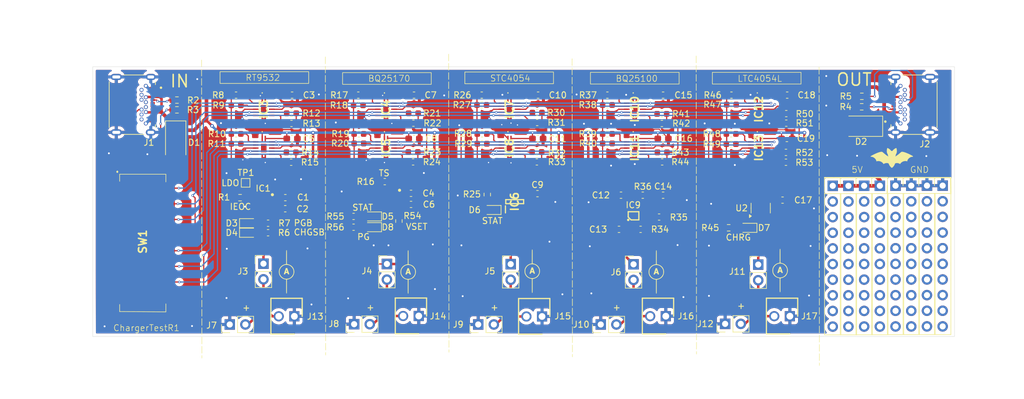
<source format=kicad_pcb>
(kicad_pcb (version 20240108) (generator "pcbnew") (generator_version "8.0")
  (layers (0 "F.Cu" signal) (31 "B.Cu" signal) (34 "B.Paste" user) (35 "F.Paste" user) (36 "B.SilkS" user "B.Silkscreen") (37 "F.SilkS" user "F.Silkscreen") (38 "B.Mask" user) (39 "F.Mask" user) (44 "Edge.Cuts" user))
  (net 0 "")
  (net 1 "VBUS")
  (net 2 "GND")
  (net 3 "VBat1")
  (net 4 "Net-(D3-A)")
  (net 5 "Net-(D3-K)")
  (net 6 "Net-(D4-A)")
  (net 7 "Net-(D4-K)")
  (net 8 "Net-(IC1-IEOC)")
  (net 9 "Net-(IC1-LDO)")
  (net 10 "Net-(IC2-3Z)")
  (net 11 "Net-(IC2-2Z)")
  (net 12 "RSET1")
  (net 13 "Net-(IC2-1Z)")
  (net 14 "RSET3")
  (net 15 "RSET4")
  (net 16 "RSET2")
  (net 17 "Net-(IC2-4Z)")
  (net 18 "Net-(IC3-2Z)")
  (net 19 "RSET7")
  (net 20 "RSET6")
  (net 21 "RSET5")
  (net 22 "Net-(IC3-4Z)")
  (net 23 "Net-(IC3-3Z)")
  (net 24 "RSET8")
  (net 25 "Net-(IC3-1Z)")
  (net 28 "Net-(J1-CC2)")
  (net 29 "Net-(J1-CC1)")
  (net 42 "Net-(J2-CC2)")
  (net 44 "Net-(J2-CC1)")
  (net 58 "I_Sense1")
  (net 59 "VBat2")
  (net 60 "I_Sense2")
  (net 61 "I_Sense3")
  (net 62 "VBat3")
  (net 63 "I_Sense4")
  (net 64 "VBat4")
  (net 65 "ISET1")
  (net 68 "Net-(D5-K)")
  (net 69 "Net-(D5-A)")
  (net 70 "Net-(IC4-2Z)")
  (net 71 "Net-(IC4-4Z)")
  (net 72 "Net-(IC4-3Z)")
  (net 74 "Net-(IC4-1Z)")
  (net 76 "Net-(IC5-3Z)")
  (net 77 "Net-(IC5-4Z)")
  (net 78 "Net-(IC5-1Z)")
  (net 79 "Net-(IC5-2Z)")
  (net 80 "ISET2")
  (net 81 "Net-(D6-K)")
  (net 82 "Net-(D6-A)")
  (net 83 "Net-(IC7-3Z)")
  (net 84 "Net-(IC7-2Z)")
  (net 86 "Net-(IC7-4Z)")
  (net 87 "Net-(IC7-1Z)")
  (net 89 "Net-(IC8-2Z)")
  (net 90 "Net-(IC8-1Z)")
  (net 91 "Net-(IC8-4Z)")
  (net 92 "Net-(IC8-3Z)")
  (net 93 "ISET3")
  (net 94 "Net-(C14-Pad1)")
  (net 95 "Net-(IC9-PRE-TERM)")
  (net 96 "Net-(IC9-TS)")
  (net 98 "Net-(IC10-4Z)")
  (net 99 "Net-(IC10-2Z)")
  (net 100 "Net-(IC10-3Z)")
  (net 101 "Net-(IC10-1Z)")
  (net 103 "Net-(IC11-2Z)")
  (net 104 "Net-(IC11-1Z)")
  (net 105 "Net-(IC11-3Z)")
  (net 106 "Net-(IC11-4Z)")
  (net 107 "ISET4")
  (net 108 "I_Sense5")
  (net 109 "VBat5")
  (net 110 "Net-(D7-K)")
  (net 111 "Net-(D7-A)")
  (net 112 "Net-(IC12-3Z)")
  (net 113 "Net-(IC12-4Z)")
  (net 114 "Net-(IC12-2Z)")
  (net 115 "Net-(IC12-1Z)")
  (net 117 "Net-(IC13-2Z)")
  (net 118 "Net-(IC13-1Z)")
  (net 119 "Net-(IC13-3Z)")
  (net 121 "Net-(IC13-4Z)")
  (net 122 "ISET5")
  (net 123 "Net-(D8-K)")
  (net 124 "Net-(D8-A)")
  (net 125 "Net-(IC14-VSET)")
  (net 126 "Net-(IC14-TS)")
  (footprint "Capacitor_SMD:C_0603_1608Metric" (layer "F.Cu") (at 74.9 61.9)
    (property "Reference" "R10")
    (property "Value" "R_Small")
  )
  (footprint "Footprints:74HC4066BQ115" (layer "F.Cu") (at 99.25 64.2 -90)
    (property "Reference" "IC5")
    (property "Value" "74HC4066BQ,115" (hide yes))
  )
  (footprint "Capacitor_SMD:C_0603_1608Metric_Pad1.08x0.95mm_HandSolder" (layer "F.Cu") (at 103.3125 73.35)
    (property "Reference" "C6")
    (property "Value" "1uF")
  )
  (footprint "LED_SMD:LED_0603_1608Metric" (layer "F.Cu") (at 76.95 77.95)
    (property "Reference" "D4")
    (property "Value" "LED_Small")
  )
  (footprint "Capacitor_SMD:C_0603_1608Metric" (layer "F.Cu") (at 123.8 60.05 180)
    (property "Reference" "R31")
    (property "Value" "R_Small")
  )
  (footprint "Connector_PinHeader_2.54mm:PinHeader_1x02_P2.54mm_Vertical" (layer "F.Cu") (at 154.325 92.75 90)
    (property "Reference" "J12")
    (property "Value" "Battery 2 Pads")
  )
  (footprint "Footprints:SOT95P280X110-5N" (layer "F.Cu") (at 120.15 72.9 90)
    (property "Reference" "IC6")
    (property "Value" "STC4054GR" (hide yes))
  )
  (footprint "Resistor_SMD:R_0603_1608Metric" (layer "F.Cu") (at 176.525 55.8 180)
    (property "Reference" "R5")
    (property "Value" "5.1k")
  )
  (footprint "Footprints:74HC4066BQ115" (layer "F.Cu") (at 119.3 57.9 -90)
    (property "Reference" "IC7")
    (property "Value" "74HC4066BQ,115" (hide yes))
  )
  (footprint "Footprints:SON50P200X200X80-9N" (layer "F.Cu") (at 100.05 72.45 -90)
    (property "Reference" "IC14")
    (property "Value" "BQ25170JDSGR" (hide yes))
  )
  (footprint "Footprints:CUI_UJ32-C-H-G-SMT-TR" (layer "F.Cu") (at 56.3 57.15 -90)
    (property "Reference" "J1")
    (property "Value" "UJ32-C-H-G-SMT-TR")
    (fp_line (start 3.875 -2.925) (end 3.575 -2.925) (stroke (width 0.01)) (layer "Edge.Cuts"))
    (fp_line (start 3.575 -3.575) (end 3.875 -3.575) (stroke (width 0.01)) (layer "Edge.Cuts"))
    (fp_arc (start 3.575 -2.925) (mid 3.34519 -3.02019) (end 3.25 -3.25) (stroke (width 0.01)) (layer "Edge.Cuts"))
    (fp_arc (start 3.25 -3.25) (mid 3.34519 -3.47981) (end 3.575 -3.575) (stroke (width 0.01)) (layer "Edge.Cuts"))
    (fp_arc (start 4.2 -3.25) (mid 4.10481 -3.02019) (end 3.875 -2.925) (stroke (width 0.01)) (layer "Edge.Cuts"))
    (fp_arc (start 3.875 -3.575) (mid 4.10481 -3.47981) (end 4.2 -3.25) (stroke (width 0.01)) (layer "Edge.Cuts"))
  )
  (footprint "Capacitor_SMD:C_0603_1608Metric_Pad1.08x0.95mm_HandSolder" (layer "F.Cu") (at 137.4125 71.85 180)
    (property "Reference" "C12")
    (property "Value" "0.1uF")
  )
  (footprint "Capacitor_SMD:C_0603_1608Metric" (layer "F.Cu") (at 135.2 55.6)
    (property "Reference" "R37")
    (property "Value" "R_Small")
  )
  (footprint "LED_SMD:LED_0603_1608Metric" (layer "F.Cu") (at 97.0375 75.3 180)
    (property "Reference" "D5")
    (property "Value" "LED_Small")
  )
  (footprint "Capacitor_SMD:C_0603_1608Metric" (layer "F.Cu") (at 103.7 60.15 180)
    (property "Reference" "R22")
    (property "Value" "R_Small")
  )
  (footprint "Capacitor_SMD:C_0603_1608Metric" (layer "F.Cu") (at 164.25 60.15 180)
    (property "Reference" "R51")
    (property "Value" "R_Small")
  )
  (footprint "Footprints:AmpProbe" (layer "F.Cu") (at 102.85 84.45)
    (property "Reference" "G***")
    (property "Value" "LOGO" (hide yes))
  )
  (footprint "LED_SMD:LED_0603_1608Metric" (layer "F.Cu") (at 76.95 76.4)
    (property "Reference" "D3")
    (property "Value" "LED_Small")
  )
  (footprint "Connector_PinHeader_2.54mm:PinHeader_1x02_P2.54mm_Vertical" (layer "F.Cu") (at 73.875 92.85 90)
    (property "Reference" "J7")
    (property "Value" "Battery 1 Pads")
  )
  (footprint "Footprints:74HC4066BQ115" (layer "F.Cu") (at 79.4 57.9 -90)
    (property "Reference" "IC3")
    (property "Value" "74HC4066BQ,115" (hide yes))
  )
  (footprint "Capacitor_SMD:C_0603_1608Metric" (layer "F.Cu") (at 83.9 60.2 180)
    (property "Reference" "R13")
    (property "Value" "R_Small")
  )
  (footprint "Capacitor_SMD:C_0603_1608Metric" (layer "F.Cu") (at 164.2 66.5 180)
    (property "Reference" "R53")
    (property "Value" "R_Small")
  )
  (footprint "Capacitor_SMD:C_0603_1608Metric" (layer "F.Cu") (at 114.85 61.9)
    (property "Reference" "R28")
    (property "Value" "R_Small")
  )
  (footprint "Capacitor_SMD:C_0603_1608Metric" (layer "F.Cu") (at 155.3 61.9)
    (property "Reference" "R48")
    (property "Value" "R_Small")
  )
  (footprint "Capacitor_SMD:C_0603_1608Metric" (layer "F.Cu") (at 103.65 64.85)
    (property "Reference" "R23")
    (property "Value" "R_Small")
  )
  (footprint "Capacitor_SMD:C_0603_1608Metric" (layer "F.Cu") (at 144.05 60.2 180)
    (property "Reference" "R42")
    (property "Value" "R_Small")
  )
  (footprint "Capacitor_SMD:C_0603_1608Metric" (layer "F.Cu") (at 80.1 76.4)
    (property "Reference" "R7")
    (property "Value" "R_Small")
  )
  (footprint "Capacitor_SMD:C_0603_1608Metric" (layer "F.Cu") (at 164.2 64.9)
    (property "Reference" "R52")
    (property "Value" "R_Small")
  )
  (footprint "LED_SMD:LED_0603_1608Metric" (layer "F.Cu") (at 158 77.15 180)
    (property "Reference" "D7")
    (property "Value" "LED_Small")
  )
  (footprint "LED_SMD:LED_0603_1608Metric" (layer "F.Cu") (at 116.45 74.25 180)
    (property "Reference" "D6")
    (property "Value" "LED_Small")
  )
  (footprint "Capacitor_SMD:C_0603_1608Metric_Pad1.08x0.95mm_HandSolder" (layer "F.Cu") (at 164.4 55.6)
    (property "Reference" "C18")
    (property "Value" "C_Small")
  )
  (footprint "Footprints:CUI_UJ32-C-H-G-SMT-TR" (layer "F.Cu") (at 186.75 57.15 90)
    (property "Reference" "J2")
    (property "Value" "UJ32-C-H-G-SMT-TR")
    (fp_line (start 3.575 -3.575) (end 3.875 -3.575) (stroke (width 0.01)) (layer "Edge.Cuts"))
    (fp_line (start 3.875 -2.925) (end 3.575 -2.925) (stroke (width 0.01)) (layer "Edge.Cuts"))
    (fp_arc (start 3.875 -3.575) (mid 4.10481 -3.47981) (end 4.2 -3.25) (stroke (width 0.01)) (layer "Edge.Cuts"))
    (fp_arc (start 4.2 -3.25) (mid 4.10481 -3.02019) (end 3.875 -2.925) (stroke (width 0.01)) (layer "Edge.Cuts"))
    (fp_arc (start 3.25 -3.25) (mid 3.34519 -3.47981) (end 3.575 -3.575) (stroke (width 0.01)) (layer "Edge.Cuts"))
    (fp_arc (start 3.575 -2.925) (mid 3.34519 -3.02019) (end 3.25 -3.25) (stroke (width 0.01)) (layer "Edge.Cuts"))
  )
  (footprint "Capacitor_SMD:C_0603_1608Metric_Pad1.08x0.95mm_HandSolder" (layer "F.Cu") (at 84 55.6)
    (property "Reference" "C3")
    (property "Value" "C_Small")
  )
  (footprint "TestPoint:TestPoint_Pad_1.0x1.0mm" (layer "F.Cu") (at 76.45 69.85)
    (property "Reference" "TP1")
    (property "Value" "TP_LDO")
  )
  (footprint "Footprints:74HC4066BQ115" (layer "F.Cu") (at 139.65 57.9 -90)
    (property "Reference" "IC10")
    (property "Value" "74HC4066BQ,115" (hide yes))
  )
  (footprint "Capacitor_SMD:C_0603_1608Metric_Pad1.08x0.95mm_HandSolder" (layer "F.Cu") (at 103.8 62.65)
    (property "Reference" "C8")
    (property "Value" "C_Small")
  )
  (footprint "Footprints:74HC4066BQ115" (layer "F.Cu") (at 159.8 64.2 -90)
    (property "Reference" "IC13")
    (property "Value" "74HC4066BQ,115" (hide yes))
  )
  (footprint "Connector_PinHeader_2.54mm:PinHeader_1x10_P2.54mm_Vertical" (layer "F.Cu") (at 174.35 70.335)
    (property "Reference" "REF**")
    (property "Value" "PinHeader_1x10_P2.54mm_Vertical")
  )
  (footprint "Footprints:74HC4066BQ115" (layer "F.Cu") (at 79.4 64.2 -90)
    (property "Reference" "IC2" (hide yes))
    (property "Value" "74HC4066BQ,115" (hide yes))
  )
  (footprint "Connector_PinHeader_2.54mm:PinHeader_1x10_P2.54mm_Vertical" (layer "F.Cu") (at 187.1 70.3)
    (property "Reference" "REF**")
    (property "Value" "PinHeader_1x10_P2.54mm_Vertical")
  )
  (footprint "Capacitor_SMD:C_0603_1608Metric_Pad1.08x0.95mm_HandSolder" (layer "F.Cu") (at 82.9 72.25)
    (property "Reference" "C1")
    (property "Value" "C_Small")
  )
  (footprint "Connector_PinHeader_2.54mm:PinHeader_1x10_P2.54mm_Vertical" (layer "F.Cu") (at 182 70.31)
    (property "Reference" "REF**")
    (property "Value" "PinHeader_1x10_P2.54mm_Vertical")
  )
  (footprint "Connector_PinHeader_2.54mm:PinHeader_1x02_P2.54mm_Vertical" (layer "F.Cu") (at 79.35 82.975)
    (property "Reference" "J3")
    (property "Value" "Battery 2 Pads")
  )
  (footprint "Connector_PinHeader_2.54mm:PinHeader_1x10_P2.54mm_Vertical" (layer "F.Cu") (at 176.9 70.325)
    (property "Reference" "REF**")
    (property "Value" "PinHeader_1x10_P2.54mm_Vertical")
  )
  (footprint "Capacitor_SMD:C_0603_1608Metric" (layer "F.Cu") (at 123.8 58.45)
    (property "Reference" "R30")
    (property "Value" "R_Small")
  )
  (footprint "Capacitor_SMD:C_0603_1608Metric_Pad1.08x0.95mm_HandSolder" (layer "F.Cu") (at 164.35 62.65)
    (property "Reference" "C19")
    (property "Value" "C_Small")
  )
  (footprint "Footprints:SHDR2W64P0X254_1X2_508X580X1170P" (layer "F.Cu") (at 164.84 91.5)
    (property "Reference" "J17")
    (property "Value" "22-29-2021" (hide yes))
  )
  (footprint "Footprints:AmpProbe" (layer "F.Cu") (at 123 84.325)
    (property "Reference" "G***")
    (property "Value" "LOGO" (hide yes))
  )
  (footprint "Capacitor_SMD:C_0603_1608Metric" (layer "F.Cu") (at 94.85 63.45 180)
    (property "Reference" "R20")
    (property "Value" "R_Small")
  )
  (footprint "Resistor_SMD:R_0603_1608Metric" (layer "F.Cu") (at 115.7 71.75 90)
    (property "Reference" "R25")
    (property "Value" "470")
  )
  (footprint "Footprints:AmpProbe" (layer "F.Cu") (at 163.25 84.215)
    (property "Reference" "G***")
    (property "Value" "LOGO" (hide yes))
  )
  (footprint "Capacitor_SMD:C_0603_1608Metric" (layer "F.Cu") (at 143.6 75.4 180)
    (property "Reference" "R35")
    (property "Value" "R_Small")
  )
  (footprint "Capacitor_SMD:C_0603_1608Metric" (layer "F.Cu") (at 83.9 58.55)
    (property "Reference" "R12")
    (property "Value" "R_Small")
  )
  (footprint "Capacitor_SMD:C_0603_1608Metric" (layer "F.Cu") (at 123.75 64.85)
    (property "Reference" "R32")
    (property "Value" "R_Small")
  )
  (footprint "Capacitor_SMD:C_0603_1608Metric" (layer "F.Cu") (at 80.1 77.95)
    (property "Reference" "R6")
    (property "Value" "R_Small")
  )
  (footprint "Capacitor_SMD:C_0603_1608Metric" (layer "F.Cu") (at 114.8 55.6)
    (property "Reference" "R26")
    (property "Value" "R_Small")
  )
  (footprint "Capacitor_SMD:C_0603_1608Metric" (layer "F.Cu") (at 94.75 57.25 180)
    (property "Reference" "R18")
    (property "Value" "R_Small")
  )
  (footprint "Capacitor_SMD:C_0603_1608Metric" (layer "F.Cu") (at 164.25 58.6)
    (property "Reference" "R50")
    (property "Value" "R_Small")
  )
  (footprint "Resistor_SMD:R_0603_1608Metric" (layer "F.Cu") (at 75.55 72.25 180)
    (property "Reference" "R1")
    (property "Value" "R_Small")
  )
  (footprint "Connector_PinHeader_2.54mm:PinHeader_1x02_P2.54mm_Vertical" (layer "F.Cu") (at 159.7 83.125)
    (property "Reference" "J11")
    (property "Value" "Battery 2 Pads")
  )
  (footprint "Capacitor_SMD:C_0603_1608Metric" (layer "F.Cu") (at 74.9 57.25 180)
    (property "Reference" "R9")
    (property "Value" "R_Small")
  )
  (footprint "Capacitor_SMD:C_0603_1608Metric" (layer "F.Cu") (at 114.8 57.2 180)
    (property "Reference" "R27")
    (property "Value" "R_Small")
  )
  (footprint "Footprints:ADF08ST04" (layer "F.Cu") (at 59.75 79.6 -90)
    (property "Reference" "SW1")
    (property "Value" "SW_DIP_x08" (hide yes))
  )
  (footprint "Footprints:SHDR2W64P0X254_1X2_508X580X1170P" (layer "F.Cu") (at 124.59 91.55)
    (property "Reference" "J15")
    (property "Value" "22-29-2021" (hide yes))
  )
  (footprint "Resistor_SMD:R_0603_1608Metric" (layer "F.Cu") (at 65.3 58)
    (property "Reference" "R3")
    (property "Value" "5.1k")
  )
  (footprint "Capacitor_SMD:C_0603_1608Metric_Pad1.08x0.95mm_HandSolder" (layer "F.Cu") (at 84 62.65)
    (property "Reference" "C5")
    (property "Value" "C_Small")
  )
  (footprint "Capacitor_SMD:C_0603_1608Metric" (layer "F.Cu") (at 144.1 64.9)
    (property "Reference" "R43")
    (property "Value" "R_Small")
  )
  (footprint "Connector_PinHeader_2.54mm:PinHeader_1x10_P2.54mm_Vertical" (layer "F.Cu") (at 184.55 70.31)
    (property "Reference" "REF**")
    (property "Value" "PinHeader_1x10_P2.54mm_Vertical")
  )
  (footprint "Connector_PinHeader_2.54mm:PinHeader_1x10_P2.54mm_Vertical" (layer "F.Cu") (at 179.45 70.325)
    (property "Reference" "REF**")
    (property "Value" "PinHeader_1x10_P2.54mm_Vertical")
  )
  (footprint "Capacitor_SMD:C_0603_1608Metric" (layer "F.Cu") (at 94.85 61.9)
    (property "Reference" "R19")
    (property "Value" "R_Small")
  )
  (footprint "Connector_PinHeader_2.54mm:PinHeader_1x10_P2.54mm_Vertical" (layer "F.Cu") (at 189.65 70.3)
    (property "Reference" "REF**")
    (property "Value" "PinHeader_1x10_P2.54mm_Vertical")
  )
  (footprint "Capacitor_SMD:C_0603_1608Metric" (layer "F.Cu") (at 155.35 57.15 180)
    (property "Reference" "R47")
    (property "Value" "R_Small")
  )
  (footprint "Capacitor_SMD:C_0603_1608Metric" (layer "F.Cu") (at 83.85 64.9)
    (property "Reference" "R14")
    (property "Value" "R_Small")
  )
  (footprint "Resistor_SMD:R_0603_1608Metric" (layer "F.Cu") (at 65.3 56.4)
    (property "Reference" "R2")
    (property "Value" "5.1k")
  )
  (footprint "Footprints:74HC4066BQ115" (layer "F.Cu") (at 99.25 57.9 -90)
    (property "Reference" "IC4")
    (property "Value" "74HC4066BQ,115" (hide yes))
  )
  (footprint "Capacitor_SMD:C_0603_1608Metric" (layer "F.Cu") (at 103.7 58.55)
    (property "Reference" "R21")
    (property "Value" "R_Small")
  )
  (footprint "Footprints:74HC4066BQ115" (layer "F.Cu") (at 159.8 57.9 -90)
    (property "Reference" "IC12")
    (property "Value" "74HC4066BQ,115" (hide yes))
  )
  (footprint "Capacitor_SMD:C_0603_1608Metric" (layer "F.Cu") (at 93.9875 75.3 180)
    (property "Reference" "R55")
    (property "Value" "10k")
  )
  (footprint "Capacitor_SMD:C_0603_1608Metric" (layer "F.Cu") (at 74.9 55.6)
    (property "Reference" "R8")
    (property "Value" "R_Small")
  )
  (footprint "Connector_PinHeader_2.54mm:PinHeader_1x10_P2.54mm_Vertical" (layer "F.Cu") (at 171.8 70.335)
    (property "Reference" "REF**")
    (property "Value" "PinHeader_1x10_P2.54mm_Vertical")
  )
  (footprint "Capacitor_SMD:C_0603_1608Metric" (layer "F.Cu") (at 155.35 55.6)
    (property "Reference" "R46")
    (property "Value" "R_Small")
  )
  (footprint "Capacitor_SMD:C_0603_1608Metric_Pad1.08x0.95mm_HandSolder" (layer "F.Cu") (at 144.25 71.85)
    (property "Reference" "C14")
    (property "Value" "TBD")
  )
  (footprint "Capacitor_SMD:C_0603_1608Metric_Pad1.08x0.95mm_HandSolder" (layer "F.Cu") (at 144.25 55.6)
    (property "Reference" "C15")
    (property "Value" "C_Small")
  )
  (footprint "Connector_PinHeader_2.54mm:PinHeader_1x02_P2.54mm_Vertical" (layer "F.Cu") (at 114.225 92.85 90)
    (property "Reference" "J9")
    (property "Value" "Battery 1 Pads")
  )
  (footprint "Footprints:74HC4066BQ115" (layer "F.Cu") (at 139.65 64.2 -90)
    (property "Reference" "IC11")
    (property "Value" "74HC4066BQ,115" (hide yes))
  )
  (footprint "Connector_PinHeader_2.54mm:PinHeader_1x02_P2.54mm_Vertical" (layer "F.Cu") (at 139.45 83.075)
    (property "Reference" "J6")
    (property "Value" "Battery 2 Pads")
  )
  (footprint "Capacitor_SMD:C_0603_1608Metric" (layer "F.Cu") (at 140.95 71.85 180)
    (property "Reference" "R36")
    (property "Value" "R_Small")
  )
  (footprint "Capacitor_SMD:C_0603_1608Metric" (layer "F.Cu") (at 144.1 66.45 180)
    (property "Reference" "R44")
    (property "Value" "R_Small")
  )
  (footprint "Connector_PinHeader_2.54mm:PinHeader_1x02_P2.54mm_Vertical" (layer "F.Cu") (at 94.075 92.8 90)
    (property "Reference" "J8")
    (property "Value" "Battery 2 Pads")
  )
  (footprint "Capacitor_SMD:C_0603_1608Metric_Pad1.08x0.95mm_HandSolder" (layer "F.Cu") (at 103.8 55.6)
    (property "Reference" "C7")
    (property "Value" "C_Small")
  )
  (footprint "Capacitor_SMD:C_0603_1608Metric_Pad1.08x0.95mm_HandSolder" (layer "F.Cu") (at 82.8875 74.05)
    (property "Reference" "C2")
    (property "Value" "C_Small")
  )
  (footprint "Resistor_SMD:R_0603_1608Metric" (layer "F.Cu") (at 101.35 76.05 -90)
    (property "Reference" "R54")
    (property "Value" "470")
  )
  (footprint "Capacitor_SMD:C_0603_1608Metric_Pad1.08x0.95mm_HandSolder" (layer "F.Cu") (at 123.9 62.65)
    (property "Reference" "C11")
    (property "Value" "C_Small")
  )
  (footprint "Capacitor_SMD:C_0603_1608Metric" (layer "F.Cu") (at 135.2 63.45 180)
    (property "Reference" "R40")
    (property "Value" "R_Small")
  )
  (footprint "Footprints:BGA6C40P2X3_88X158X50" (layer "F.Cu") (at 139.45 75.2 90)
    (property "Reference" "IC9")
    (property "Value" "BQ25100BYFPR" (hide yes))
  )
  (footprint "Capacitor_SMD:C_0603_1608Metric" (layer "F.Cu") (at 114.85 63.5 180)
    (property "Reference" "R29")
    (property "Value" "R_Small")
  )
  (footprint "Resistor_SMD:R_0603_1608Metric" (layer "F.Cu") (at 154.9 77.15 180)
    (property "Reference" "R45")
    (property "Value" "470")
  )
  (footprint "Connector_PinHeader_2.54mm:PinHeader_1x02_P2.54mm_Vertical" (layer "F.Cu") (at 99.4 83.025)
    (property "Reference" "J4")
    (property "Value" "Battery 2 Pads")
  )
  (footprint "Footprints:AmpProbe" (layer "F.Cu") (at 83.1 84.425)
    (property "Reference" "G***")
    (property "Value" "LOGO" (hide yes))
  )
  (footprint "Package_TO_SOT_SMD:TSOT-23-5" (layer "F.Cu") (at 160.1 73.95 90)
    (property "Reference" "U2")
    (property "Value" "LTC4054ES5-4.2")
  )
  (footprint "Capacitor_SMD:C_0603_1608Metric" (layer "F.Cu") (at 99.05 69.65 180)
    (property "Reference" "R16")
    (property "Value" "10k")
  )
  (footprint "Capacitor_SMD:C_0603_1608Metric" (layer "F.Cu") (at 93.9875 77.05)
    (property "Reference" "R56")
    (property "Value" "10k")
  )
  (footprint "LED_SMD:LED_0603_1608Metric" (layer "F.Cu") (at 97.0375 77.05 180)
    (property "Reference" "D8")
    (property "Value" "LED_Small")
  )
  (footprint "Capacitor_SMD:C_0603_1608Metric_Pad1.08x0.95mm_HandSolder" (layer "F.Cu") (at 137.0875 77.4)
    (property "Reference" "C13")
    (property "Value" "0.1uF")
  )
  (footprint "Resistor_SMD:R_0603_1608Metric" (layer "F.Cu") (at 176.5 57.5 180)
    (property "Reference" "R4")
    (property "Value" "5.1k")
  )
  (footprint "Diode_SMD:D_SMA" (layer "F.Cu") (at 176.4 60.65 180)
    (property "Reference" "D2")
    (property "Value" "SMAJ5.0A")
  )
  (footprint "Footprints:AmpProbe" (layer "F.Cu") (at 143.15 84.45)
    (property "Reference" "G***")
    (property "Value" "LOGO" (hide yes))
  )
  (footprint "Capacitor_SMD:C_0603_1608Metric" (layer "F.Cu") (at 140.6 77.4)
    (property "Reference" "R34")
    (property "Value" "10k")
  )
  (footprint "Capacitor_SMD:C_0603_1608Metric_Pad1.08x0.95mm_HandSolder" (layer "F.Cu") (at 163.65 72.65)
    (property "Reference" "C17")
    (property "Value" "0.1uF")
  )
  (footprint "Diode_SMD:D_SMA" (layer "F.Cu") (at 65.1 63.3 -90)
    (property "Reference" "D1")
    (property "Value" "SMAJ5.0A")
  )
  (footprint "Capacitor_SMD:C_0603_1608Metric" (layer "F.Cu") (at 123.75 66.45 180)
    (property "Reference" "R33")
    (property "Value" "R_Small")
  )
  (footprint "Capacitor_SMD:C_0603_1608Metric_Pad1.08x0.95mm_HandSolder" (layer "F.Cu") (at 123.95 55.6)
    (property "Reference" "C10")
    (property "Value" "C_Small")
  )
  (footprint "Capacitor_SMD:C_0603_1608Metric" (layer "F.Cu") (at 144.05 58.65)
    (property "Reference" "R41")
    (property "Value" "R_Small")
  )
  (footprint "Footprints:SON50P200X300X80-11N" (layer "F.Cu") (at 79.15 73.15 -90)
    (property "Reference" "IC1")
    (property "Value" "RT9532GQW" (hide yes))
  )
  (footprint "Footprints:SHDR2W64P0X254_1X2_508X580X1170P" (layer "F.Cu") (at 144.69 91.5)
    (property "Reference" "J16")
    (property "Value" "22-29-2021" (hide yes))
  )
  (footprint "Footprints:SHDR2W64P0X254_1X2_508X580X1170P" (layer "F.Cu") (at 84.37 91.52)
    (property "Reference" "J13")
    (property "Value" "22-29-2021" (hide yes))
  )
  (footprint "Footprints:74HC4066BQ115" (layer "F.Cu") (at 119.3 64.2 -90)
    (property "Reference" "IC8")
    (property "Value" "74HC4066BQ,115" (hide yes))
  )
  (footprint "Capacitor_SMD:C_0603_1608Metric" (layer "F.Cu") (at 155.3 63.55 180)
    (property "Reference" "R49")
    (property "Value" "R_Small")
  )
  (footprint "Capacitor_SMD:C_0603_1608Metric" (layer "F.Cu") (at 94.75 55.6)
    (property "Reference" "R17")
    (property "Value" "R_Small")
  )
  (footprint "Capacitor_SMD:C_0603_1608Metric_Pad1.08x0.95mm_HandSolder" (layer "F.Cu") (at 123.85 71.6)
    (property "Reference" "C9")
    (property "Value" "0.1uF")
  )
  (footprint "Capacitor_SMD:C_0603_1608Metric" (layer "F.Cu") (at 135.2 57.2 180)
    (property "Reference" "R38")
    (property "Value" "R_Small")
  )
  (footprint "Footprints:SHDR2W64P0X254_1X2_508X580X1170P" (layer "F.Cu") (at 104.57 91.47)
    (property "Reference" "J14")
    (property "Value" "22-29-2021" (hide yes))
  )
  (footprint "Capacitor_SMD:C_0603_1608Metric_Pad1.08x0.95mm_HandSolder" (layer "F.Cu") (at 144.25 62.65)
    (property "Reference" "C16")
    (property "Value" "C_Small")
  )
  (footprint "Capacitor_SMD:C_0603_1608Metric" (layer "F.Cu") (at 83.85 66.5 180)
    (property "Reference" "R15")
    (property "Value" "R_Small")
  )
  (footprint "Footprints:BatSimple" (layer "F.Cu") (at 181.4 65.75)
    (property "Reference" "G***")
    (property "Value" "LOGO" (hide yes))
  )
  (footprint "Connector_PinHeader_2.54mm:PinHeader_1x02_P2.54mm_Vertical" (layer "F.Cu") (at 119.5 83.05)
    (property "Reference" "J5")
    (property "Value" "Battery 2 Pads")
  )
  (footprint "Capacitor_SMD:C_0603_1608Metric" (layer "F.Cu") (at 74.9 63.5 180)
    (property "Reference" "R11")
    (property "Value" "R_Small")
  )
  (footprint "Connector_PinHeader_2.54mm:PinHeader_1x02_P2.54mm_Vertical" (layer "F.Cu") (at 134.125 92.85 90)
    (property "Reference" "J10")
    (property "Value" "Battery 2 Pads")
  )
  (footprint "Capacitor_SMD:C_0603_1608Metric" (layer "F.Cu") (at 135.2 61.9)
    (property "Reference" "R39")
    (property "Value" "R_Small")
  )
  (footprint "Capacitor_SMD:C_0603_1608Metric_Pad1.08x0.95mm_HandSolder" (layer "F.Cu") (at 103.3125 71.55)
    (property "Reference" "C4")
    (property "Value" "1uF")
  )
  (footprint "Capacitor_SMD:C_0603_1608Metric" (layer "F.Cu") (at 103.65 66.45 180)
    (property "Reference" "R24")
    (property "Value" "R_Small")
  )
  (gr_poly (pts (xy 139.7 68.6) (xy 140.1 69) (xy 140.2 69) (xy 140.6 68.6)) (stroke (width 0.2)) (fill solid) (layer "F.Cu") (net 107))
  (gr_poly (pts (xy 138.9 91.35) (xy 140.3 91.35) (xy 139.56877 90.495919)) (stroke (width 0.2)) (fill solid) (layer "F.Cu") (net 64))
  (gr_poly (pts (xy 82.628302 54.52544) (xy 82.923384 54.82544) (xy 82.923384 54.52544)) (stroke (width 0.2)) (fill solid) (layer "F.Cu") (net 1))
  (gr_poly (pts (xy 100.75 68.1) (xy 101.15 68.5) (xy 101.25 68.5) (xy 101.65 68.1)) (stroke (width 0.2)) (fill solid) (layer "F.Cu") (net 80))
  (gr_poly (pts (xy 159.2 91.25) (xy 160.6 91.25) (xy 159.86877 90.395919)) (stroke (width 0.2)) (fill solid) (layer "F.Cu") (net 109))
  (gr_poly (pts (xy 102.525837 54.473767) (xy 102.820919 54.773767) (xy 102.820919 54.473767)) (stroke (width 0.2)) (fill solid) (layer "F.Cu") (net 1))
  (gr_poly (pts (xy 142.988337 54.473767) (xy 143.283419 54.773767) (xy 143.283419 54.473767)) (stroke (width 0.2)) (fill solid) (layer "F.Cu") (net 1))
  (gr_poly (pts (xy 69.55 59.95) (xy 70.3 59.95) (xy 70.3 59.25)) (stroke (width 0.2)) (fill solid) (layer "F.Cu") (net 1))
  (gr_poly (pts (xy 118.85 91.3) (xy 120.25 91.3) (xy 119.51877 90.445919)) (stroke (width 0.2)) (fill solid) (layer "F.Cu") (net 62))
  (gr_poly (pts (xy 79.2 68) (xy 79.6 68.4) (xy 79.7 68.4) (xy 80.1 68)) (stroke (width 0.2)) (fill solid) (layer "F.Cu") (net 65))
  (gr_poly (pts (xy 98.8 91.3) (xy 100.2 91.3) (xy 99.425277 90.471604)) (stroke (width 0.2)) (fill solid) (layer "F.Cu") (net 59))
  (gr_poly (pts (xy 180.314118 56.2) (xy 180.664118 55.95) (xy 180.7 55.8) (xy 180.35 55.45)) (stroke (width 0.2)) (fill solid) (layer "F.Cu") (net 1))
  (gr_poly (pts (xy 163.604707 54.792911) (xy 163.904707 54.497829) (xy 163.604707 54.497829)) (stroke (width 0.2)) (fill solid) (layer "F.Cu") (net 1))
  (gr_poly (pts (xy 163.130544 54.466678) (xy 163.425626 54.766678) (xy 163.425626 54.466678)) (stroke (width 0.2)) (fill solid) (layer "F.Cu") (net 1))
  (gr_poly (pts (xy 123.129081 54.776233) (xy 123.429081 54.481151) (xy 123.129081 54.481151)) (stroke (width 0.2)) (fill solid) (layer "F.Cu") (net 1))
  (gr_poly (pts (xy 103 54.8) (xy 103.3 54.504918) (xy 103 54.504918)) (stroke (width 0.2)) (fill solid) (layer "F.Cu") (net 1))
  (gr_poly (pts (xy 118.75 68.1) (xy 119.15 68.5) (xy 119.25 68.5) (xy 119.65 68.1)) (stroke (width 0.2)) (fill solid) (layer "F.Cu") (net 93))
  (gr_poly (pts (xy 78.65 91.2) (xy 80.4 91.2) (xy 79.4 90.25)) (stroke (width 0.2)) (fill solid) (layer "F.Cu") (net 3))
  (gr_poly (pts (xy 122.654918 54.45) (xy 122.95 54.75) (xy 122.95 54.45)) (stroke (width 0.2)) (fill solid) (layer "F.Cu") (net 1))
  (gr_poly (pts (xy 62.4 58.25) (xy 62.65 58) (xy 62.65 58.25)) (stroke (width 0.2)) (fill solid) (layer "F.Cu") (net 1))
  (gr_poly (pts (xy 143.4625 54.8) (xy 143.7625 54.504918) (xy 143.4625 54.504918)) (stroke (width 0.2)) (fill solid) (layer "F.Cu") (net 1))
  (gr_poly (pts (xy 83.37544 54.821698) (xy 83.67544 54.526616) (xy 83.37544 54.526616)) (stroke (width 0.2)) (fill solid) (layer "F.Cu") (net 1))
  (gr_poly (pts (xy 78.6384 74.1172) (xy 78.6384 73.0504) (xy 77.3684 73.0504) (xy 77.3684 74.1172)) (stroke (width 0.2)) (fill solid) (layer "F.Cu") (net 2))
  (gr_poly (pts (xy 180.35 58.75) (xy 180.7 58.5) (xy 180.7 58.3) (xy 180.35 58)) (stroke (width 0.2)) (fill solid) (layer "F.Cu") (net 1))
  (gr_poly (pts (xy 158.7 68.45) (xy 159.1 68.85) (xy 159.2 68.85) (xy 159.6 68.45)) (stroke (width 0.2)) (fill solid) (layer "F.Cu") (net 122))
  (gr_line (start 109.425 48.95) (end 109.475 97.35) (stroke (width 0.1) (type dash)) (layer "F.SilkS"))
  (gr_line (start 129.475 49.7) (end 129.525 98.1) (stroke (width 0.1) (type dash)) (layer "F.SilkS"))
  (gr_rect (start 152.25 51.9) (end 166.65 53.8) (stroke (width 0.1)) (fill none) (layer "F.SilkS"))
  (gr_line (start 170.47 71.605) (end 170.47 70.335) (stroke (width 0.1)) (layer "F.SilkS"))
  (gr_line (start 149.625 49.25) (end 149.675 97.65) (stroke (width 0.1) (type dash)) (layer "F.SilkS"))
  (gr_line (start 169.581512 51.10234) (end 169.631512 99.50234) (stroke (width 0.1) (type dash)) (layer "F.SilkS"))
  (gr_line (start 181.9 68.98) (end 190.95 69) (stroke (width 0.2)) (layer "F.SilkS"))
  (gr_rect (start 92.2 51.95) (end 106.6 53.85) (stroke (width 0.1)) (fill none) (layer "F.SilkS"))
  (gr_line (start 170.47 69.005) (end 180.67 68.98) (stroke (width 0.2)) (layer "F.SilkS"))
  (gr_rect (start 72.3 51.8) (end 86.7 53.7) (stroke (width 0.1)) (fill none) (layer "F.SilkS"))
  (gr_rect (start 112.05 51.85) (end 126.45 53.75) (stroke (width 0.1)) (fill none) (layer "F.SilkS"))
  (gr_line (start 190.95 69) (end 190.98 71.57) (stroke (width 0.2)) (layer "F.SilkS"))
  (gr_line (start 89.4 49.4) (end 89.45 97.8) (stroke (width 0.1) (type dash)) (layer "F.SilkS"))
  (gr_line (start 180.67 70.31) (end 180.65 71.55) (stroke (width 0.2)) (layer "F.SilkS"))
  (gr_rect (start 132.45 51.9) (end 146.85 53.8) (stroke (width 0.1)) (fill none) (layer "F.SilkS"))
  (gr_line (start 69.3 49.9) (end 69.35 98.3) (stroke (width 0.1) (type dash)) (layer "F.SilkS"))
  (gr_rect (start 51.625 51) (end 191.575 94.8) (stroke (width 0.05)) (fill none) (layer "Edge.Cuts"))
  (gr_text "+\n" (at 75.85 90.7 0) (layer "F.SilkS") (effects (font (size 1 1)) (justify left bottom)))
  (gr_text "+\n" (at 96 90.65 0) (layer "F.SilkS") (effects (font (size 1 1)) (justify left bottom)))
  (gr_text "LTC4054L" (at 156.3 53.5 0) (layer "F.SilkS") (effects (font (size 1 1) (thickness 0.1)) (justify left bottom)))
  (gr_text "STC4054\n" (at 116.1 53.45 0) (layer "F.SilkS") (effects (font (size 1 1) (thickness 0.1)) (justify left bottom)))
  (gr_text "CHRG\n" (at 154.35 79.3 0) (layer "F.SilkS") (effects (font (size 1 1)) (justify left bottom)))
  (gr_text "BQ25100\n" (at 136.5 53.5 0) (layer "F.SilkS") (effects (font (size 1 1) (thickness 0.1)) (justify left bottom)))
  (gr_text "OUT" (at 172.25 54.25 0) (layer "F.SilkS") (effects (font (size 2 2)) (justify left bottom)))
  (gr_text "5V\n" (at 174.8 68.3 0) (layer "F.SilkS") (effects (font (size 1 1) (thickness 0.1)) (justify left bottom)))
  (gr_text "+\n" (at 156.2 90.4 0) (layer "F.SilkS") (effects (font (size 1 1)) (justify left bottom)))
  (gr_text "STAT\n" (at 93.7 74.45 0) (layer "F.SilkS") (effects (font (size 1 1)) (justify left bottom)))
  (gr_text "TS\n" (at 98 68.85 0) (layer "F.SilkS") (effects (font (size 1 1)) (justify left bottom)))
  (gr_text "PG\n" (at 94.5 79.2 0) (layer "F.SilkS") (effects (font (size 1 1)) (justify left bottom)))
  (gr_text "LDO\n" (at 72.45 70.45 0) (layer "F.SilkS") (effects (font (size 1 1)) (justify left bottom)))
  (gr_text "PGB\n" (at 84.2 76.95 0) (layer "F.SilkS") (effects (font (size 1 1)) (justify left bottom)))
  (gr_text "CHGSB\n" (at 84.2 78.45 0) (layer "F.SilkS") (effects (font (size 1 1)) (justify left bottom)))
  (gr_text "ChargerTestR1\n" (at 54.9 94 0) (layer "F.SilkS") (effects (font (size 1 1) (thickness 0.1)) (justify left bottom)))
  (gr_text "+\n" (at 116.15 90.65 0) (layer "F.SilkS") (effects (font (size 1 1)) (justify left bottom)))
  (gr_text "IEOC\n" (at 73.8 74.3 0) (layer "F.SilkS") (effects (font (size 1 1)) (justify left bottom)))
  (gr_text "RT9532\n" (at 76.4 53.35 0) (layer "F.SilkS") (effects (font (size 1 1) (thickness 0.1)) (justify left bottom)))
  (gr_text "GND\n" (at 184.3 68.3 0) (layer "F.SilkS") (effects (font (size 1 1) (thickness 0.1)) (justify left bottom)))
  (gr_text "BQ25170\n\n" (at 96.3 55.1 0) (layer "F.SilkS") (effects (font (size 1 1) (thickness 0.1)) (justify left bottom)))
  (gr_text "VSET\n" (at 102.4 77.55 0) (layer "F.SilkS") (effects (font (size 1 1)) (justify left bottom)))
  (gr_text "IN\n" (at 64.05 54.5 0) (layer "F.SilkS") (effects (font (size 2 2)) (justify left bottom)))
  (gr_text "+\n" (at 136 90.65 0) (layer "F.SilkS") (effects (font (size 1 1)) (justify left bottom)))
  (gr_text "STAT\n" (at 114.75 76.6 0) (layer "F.SilkS") (effects (font (size 1 1)) (justify left bottom)))
  (segment (start 82.0375 72.25) (end 82.0375 71.5125) (width 0.4) (layer "F.Cu") (net 1))
  (segment (start 162.7875 72.65) (end 161.2125 72.65) (width 0.4) (layer "F.Cu") (net 1))
  (segment (start 138.275 74.225) (end 138.275 71.85) (width 0.2) (layer "F.Cu") (net 1))
  (segment (start 71 60.6) (end 71.05 60.65) (width 0.4) (layer "F.Cu") (net 1))
  (segment (start 86.45 54.3) (end 102.85 54.3) (width 0.6) (layer "F.Cu") (net 1))
  (segment (start 137.95 70.55) (end 133.7 70.55) (width 0.4) (layer "F.Cu") (net 1))
  (segment (start 180.15 58.35) (end 180.15 59.5) (width 0.6) (layer "F.Cu") (net 1))
  (segment (start 79.65 56.35) (end 79.65 55.75) (width 0.2) (layer "F.Cu") (net 1))
  (segment (start 121.15 71.6) (end 121.1 71.65) (width 0.4) (layer "F.Cu") (net 1))
  (segment (start 123.0375 62.65) (end 119.55 62.65) (width 0.2) (layer "F.Cu") (net 1))
  (segment (start 99.75 55.6) (end 102.9375 55.6) (width 0.2) (layer "F.Cu") (net 1))
  (segment (start 162.7875 71.1625) (end 163.3 70.65) (width 0.4) (layer "F.Cu") (net 1))
  (segment (start 62.8 56.2) (end 62.5 55.9) (width 0.4) (layer "F.Cu") (net 1))
  (segment (start 143.3875 55.6) (end 140 55.6) (width 0.2) (layer "F.Cu") (net 1))
  (segment (start 112.575 70.925) (end 111.45 69.8) (width 0.2) (layer "F.Cu") (net 1))
  (segment (start 167.2 69.5) (end 167.2 61.7) (width 0.4) (layer "F.Cu") (net 1))
  (segment (start 82.0375 72.25) (end 81.8875 72.1) (width 0.4) (layer "F.Cu") (net 1))
  (segment (start 102.9375 61.7125) (end 102.95 61.7) (width 0.2) (layer "F.Cu") (net 1))
  (segment (start 60.25 58.35) (end 60.3 58.4) (width 0.2) (layer "F.Cu") (net 1))
  (segment (start 102.45 69.85) (end 102.95 69.35) (width 0.4) (layer "F.Cu") (net 1))
  (segment (start 140 55.6) (end 139.9 55.7) (width 0.2) (layer "F.Cu") (net 1))
  (segment (start 65.1 60.7) (end 64.25 59.85) (width 0.6) (layer "F.Cu") (net 1))
  (segment (start 87.4 69.5) (end 87.4 69.45) (width 0.4) (layer "F.Cu") (net 1))
  (segment (start 83.1375 62.65) (end 83.1375 61.7125) (width 0.2) (layer "F.Cu") (net 1))
  (segment (start 180.15 58.35) (end 180.2 58.4) (width 0.2) (layer "F.Cu") (net 1))
  (segment (start 79.65 55.75) (end 79.8 55.6) (width 0.2) (layer "F.Cu") (net 1))
  (segment (start 70.1 59.7) (end 71 60.6) (width 0.4) (layer "F.Cu") (net 1))
  (segment (start 180.15 55.95) (end 180.2 55.9) (width 0.2) (layer "F.Cu") (net 1))
  (segment (start 79.8 55.6) (end 83.1375 55.6) (width 0.2) (layer "F.Cu") (net 1))
  (segment (start 182.75 58.4) (end 182.8 58.35) (width 0.2) (layer "F.Cu") (net 1))
  (segment (start 62.8 58.4) (end 62.8 56.2) (width 0.4) (layer "F.Cu") (net 1))
  (segment (start 180.15 59.5) (end 179 60.65) (width 0.6) (layer "F.Cu") (net 1))
  (segment (start 163.5375 55.6) (end 160.15 55.6) (width 0.2) (layer "F.Cu") (net 1))
  (segment (start 62.8 67.95) (end 62.8 63.6) (width 0.2) (layer "F.Cu") (net 1))
  (segment (start 83.05 70.5) (end 86.4 70.5) (width 0.4) (layer "F.Cu") (net 1))
  (segment (start 133.7 70.55) (end 132.9 69.75) (width 0.4) (layer "F.Cu") (net 1))
  (segment (start 86.4 70.5) (end 87.4 69.5) (width 0.4) (layer "F.Cu") (net 1))
  (segment (start 62.8 63.6) (end 65.1 61.3) (width 0.2) (layer "F.Cu") (net 1))
  (segment (start 123.0375 62.65) (end 123.0375 61.7125) (width 0.2) (layer "F.Cu") (net 1))
  (segment (start 152.9 68.95) (end 151.65 67.7) (width 0.2) (layer "F.Cu") (net 1))
  (segment (start 178.9 54.3) (end 180.15 55.55) (width 0.6) (layer "F.Cu") (net 1))
  (segment (start 151.65 67.7) (end 151.65 61.7) (width 0.2) (layer "F.Cu") (net 1))
  (segment (start 163.542207 54.380411) (end 163.542207 55.592911) (width 0.4) (layer "F.Cu") (net 1))
  (segment (start 126.6 69.5) (end 127.3 68.8) (width 0.4) (layer "F.Cu") (net 1))
  (segment (start 82.9 54.3) (end 86.45 54.3) (width 0.6) (layer "F.Cu") (net 1))
  (segment (start 182.75 55.9) (end 182.8 55.95) (width 0.2) (layer "F.Cu") (net 1))
  (segment (start 138.275 70.875) (end 137.95 70.55) (width 0.4) (layer "F.Cu") (net 1))
  (segment (start 132.9 69.75) (end 132.1 68.95) (width 0.4) (layer "F.Cu") (net 1))
  (segment (start 161.2125 72.65) (end 161.05 72.8125) (width 0.4) (layer "F.Cu") (net 1))
  (segment (start 102.85 54.3) (end 178.9 54.3) (width 0.6) (layer "F.Cu") (net 1))
  (segment (start 111.45 69.8) (end 111.45 61.7) (width 0.2) (layer "F.Cu") (net 1))
  (segment (start 102.45 71.55) (end 102.45 69.85) (width 0.4) (layer "F.Cu") (net 1))
  (segment (start 180.15 55.55) (end 180.15 55.95) (width 0.6) (layer "F.Cu") (net 1))
  (segment (start 102.45 71.55) (end 102.3 71.4) (width 0.4) (layer "F.Cu") (net 1))
  (segment (start 87.4 69.45) (end 87.4 61.7) (width 0.4) (layer "F.Cu") (net 1))
  (segment (start 107.1 68.55) (end 107.1 61.7) (width 0.4) (layer "F.Cu") (net 1))
  (segment (start 71.35 54.3) (end 82.9 54.3) (width 0.6) (layer "F.Cu") (net 1))
  (segment (start 115.7 70.925) (end 112.575 70.925) (width 0.2) (layer "F.Cu") (net 1))
  (segment (start 106.3 69.35) (end 107.1 68.55) (width 0.4) (layer "F.Cu") (net 1))
  (segment (start 70.1 55.55) (end 71.35 54.3) (width 0.6) (layer "F.Cu") (net 1))
  (segment (start 82.9 54.3) (end 83.1375 54.5375) (width 0.6) (layer "F.Cu") (net 1))
  (segment (start 180.2 58.4) (end 182.75 58.4) (width 0.35) (layer "F.Cu") (net 1))
  (segment (start 178.4 60.65) (end 178.4 68.35) (width 0.6) (layer "F.Cu") (net 1))
  (segment (start 138.275 71.85) (end 138.275 70.875) (width 0.4) (layer "F.Cu") (net 1))
  (segment (start 99.5 62.6) (end 102.8875 62.6) (width 0.2) (layer "F.Cu") (net 1))
  (segment (start 123.0875 55.6) (end 119.75 55.6) (width 0.2) (layer "F.Cu") (net 1))
  (segment (start 80.25 72.1) (end 80.2 72.15) (width 0.4) (layer "F.Cu") (net 1))
  (segment (start 163.4875 61.7375) (end 163.45 61.7) (width 0.2) (layer "F.Cu") (net 1))
  (segment (start 179.45 69.4) (end 179.45 70.325) (width 0.6) (layer "F.Cu") (net 1))
  (segment (start 123.7 70) (end 126.1 70) (width 0.4) (layer "F.Cu") (net 1))
  (segment (start 163.4875 62.65) (end 160.05 62.65) (width 0.2) (layer "F.Cu") (net 1))
  (segment (start 179 60.65) (end 178.4 60.65) (width 0.6) (layer "F.Cu") (net 1))
  (segment (start 123.066581 54.363733) (end 123.066581 55.576233) (width 0.4) (layer "F.Cu") (net 1))
  (segment (start 83.1375 54.5375) (end 83.1375 55.6) (width 0.6) (layer "F.Cu") (net 1))
  (segment (start 166.05 70.65) (end 167.2 69.5) (width 0.4) (layer "F.Cu") (net 1))
  (segment (start 160.05 55.7) (end 160.05 56.35) (width 0.2) (layer "F.Cu") (net 1))
  (segment (start 122.9875 71.6) (end 121.15 71.6) (width 0.4) (layer "F.Cu") (net 1))
  (segment (start 154.075 70.125) (end 152.9 68.95) (width 0.2) (layer "F.Cu") (net 1))
  (segment (start 82.0375 71.5125) (end 83 70.55) (width 0.4) (layer "F.Cu") (net 1))
  (segment (start 171.8 70.335) (end 179.44 70.335) (width 0.6) (layer "F.Cu") (net 1))
  (segment (start 55.62 69.48) (end 56.3 68.8) (width 0.2) (layer "F.Cu") (net 1))
  (segment (start 180.15 55.95) (end 180.15 58.35) (width 0.6) (layer "F.Cu") (net 1))
  (segment (start 126.1 70) (end 126.6 69.5) (width 0.4) (layer "F.Cu") (net 1))
  (segment (start 180.2 55.9) (end 182.75 55.9) (width 0.35) (layer "F.Cu") (net 1))
  (segment (start 139.05 75) (end 138.275 74.225) (width 0.2) (layer "F.Cu") (net 1))
  (segment (start 122.9875 70.7125) (end 123.7 70) (width 0.4) (layer "F.Cu") (net 1))
  (segment (start 56.3 68.8) (end 61.95 68.8) (width 0.2) (layer "F.Cu") (net 1))
  (segment (start 55.62 70.71) (end 55.62 69.48) (width 0.2) (layer "F.Cu") (net 1))
  (segment (start 83 70.55) (end 83.05 70.5) (width 0.4) (layer "F.Cu") (net 1))
  (segment (start 143.4 54.3875) (end 143.4 55.6) (width 0.4) (layer "F.Cu") (net 1))
  (segment (start 62.8 58.4) (end 64.25 59.85) (width 0.6) (layer "F.Cu") (net 1))
  (segment (start 163.3 70.65) (end 166.05 70.65) (width 0.4) (layer "F.Cu") (net 1))
  (segment (start 102.9375 54.3875) (end 102.9375 55.6) (width 0.4) (layer "F.Cu") (net 1))
  (segment (start 162.7875 72.65) (end 162.7875 71.1625) (width 0.4) (layer "F.Cu") (net 1))
  (segment (start 178.4 68.35) (end 179.45 69.4) (width 0.6) (layer "F.Cu") (net 1))
  (segment (start 143.3875 62.65) (end 139.9 62.65) (width 0.2) (layer "F.Cu") (net 1))
  (segment (start 70.1 59.3) (end 70.1 59.7) (width 0.4) (layer "F.Cu") (net 1))
  (segment (start 99.5 55.85) (end 99.75 55.6) (width 0.2) (layer "F.Cu") (net 1))
  (segment (start 81.8875 72.1) (end 80.25 72.1) (width 0.4) (layer "F.Cu") (net 1))
  (segment (start 60.3 55.9) (end 62.5 55.9) (width 0.4) (layer "F.Cu") (net 1))
  (segment (start 122.9875 71.6) (end 122.9875 70.7125) (width 0.4) (layer "F.Cu") (net 1))
  (segment (start 154.075 77.15) (end 154.075 70.125) (width 0.2) (layer "F.Cu") (net 1))
  (segment (start 119.75 55.6) (end 119.55 55.8) (width 0.2) (layer "F.Cu") (net 1))
  (segment (start 83.1375 62.65) (end 79.65 62.65) (width 0.2) (layer "F.Cu") (net 1))
  (segment (start 102.85 54.3) (end 102.9375 54.3875) (width 0.4) (layer "F.Cu") (net 1))
  (segment (start 102.3 71.4) (end 100.85 71.4) (width 0.4) (layer "F.Cu") (net 1))
  (segment (start 60.25 55.95) (end 60.3 55.9) (width 0.2) (layer "F.Cu") (net 1))
  (segment (start 65.1 61.3) (end 68.1 61.3) (width 0.6) (layer "F.Cu") (net 1))
  (segment (start 60.3 58.4) (end 61.36 58.4) (width 0.4) (layer "F.Cu") (net 1))
  (segment (start 102.9375 62.65) (end 102.9375 61.7125) (width 0.2) (layer "F.Cu") (net 1))
  (segment (start 160.15 55.6) (end 160.05 55.7) (width 0.2) (layer "F.Cu") (net 1))
  (segment (start 99.5 56.35) (end 99.5 55.85) (width 0.2) (layer "F.Cu") (net 1))
  (segment (start 55.62 70.71) (end 55.62 88.49) (width 0.2) (layer "F.Cu") (net 1))
  (segment (start 143.3875 62.65) (end 143.3875 61.7125) (width 0.2) (layer "F.Cu") (net 1))
  (segment (start 102.95 69.35) (end 106.3 69.35) (width 0.4) (layer "F.Cu") (net 1))
  (segment (start 61.36 58.4) (end 62.8 58.4) (width 0.4) (layer "F.Cu") (net 1))
  (segment (start 163.4875 62.65) (end 163.4875 61.7375) (width 0.2) (layer "F.Cu") (net 1))
  (segment (start 68.1 61.3) (end 70.1 59.3) (width 0.6) (layer "F.Cu") (net 1))
  (segment (start 70.1 59.3) (end 70.1 55.55) (width 0.6) (layer "F.Cu") (net 1))
  (segment (start 139.9 55.7) (end 139.9 56.35) (width 0.2) (layer "F.Cu") (net 1))
  (segment (start 132.1 68.95) (end 132.1 61.7) (width 0.4) (layer "F.Cu") (net 1))
  (segment (start 61.95 68.8) (end 62.8 67.95) (width 0.2) (layer "F.Cu") (net 1))
  (segment (start 102.8875 62.6) (end 102.9375 62.65) (width 0.2) (layer "F.Cu") (net 1))
  (segment (start 127.3 68.8) (end 127.3 61.7) (width 0.4) (layer "F.Cu") (net 1))
  (segment (start 119.55 55.8) (end 119.55 56.35) (width 0.2) (layer "F.Cu") (net 1))
  (segment (start 65.1 61.3) (end 65.1 60.7) (width 0.2) (layer "F.Cu") (net 1))
  (segment (start 179.44 70.335) (end 179.45 70.325) (width 0.6) (layer "F.Cu") (net 1))
  (via (at 71 60.6) (size 0.6) (drill 0.3) (layers "F.Cu" "B.Cu") (net 1))
  (via (at 163.45 61.7) (size 0.4) (drill 0.2) (layers "F.Cu" "B.Cu") (net 1))
  (via (at 87.4 61.7) (size 0.6) (drill 0.3) (layers "F.Cu" "B.Cu") (net 1))
  (via (at 151.65 61.7) (size 0.4) (drill 0.2) (layers "F.Cu" "B.Cu") (net 1))
  (via (at 123.05 61.7) (size 0.4) (drill 0.2) (layers "F.Cu" "B.Cu") (net 1))
  (via (at 127.3 61.7) (size 0.6) (drill 0.3) (layers "F.Cu" "B.Cu") (net 1))
  (via (at 167.2 61.7) (size 0.6) (drill 0.3) (layers "F.Cu" "B.Cu") (net 1))
  (via (at 111.45 61.7) (size 0.4) (drill 0.2) (layers "F.Cu" "B.Cu") (net 1))
  (via (at 107.15 61.7) (size 0.6) (drill 0.3) (layers "F.Cu" "B.Cu") (net 1))
  (via (at 83.15 61.7) (size 0.4) (drill 0.2) (layers "F.Cu" "B.Cu") (net 1))
  (via (at 132.1 61.7) (size 0.6) (drill 0.3) (layers "F.Cu" "B.Cu") (net 1))
  (via (at 143.4 61.7) (size 0.4) (drill 0.2) (layers "F.Cu" "B.Cu") (net 1))
  (via (at 102.95 61.7) (size 0.4) (drill 0.2) (layers "F.Cu" "B.Cu") (net 1))
  (segment (start 71 60.6) (end 72.1 61.7) (width 0.4) (layer "B.Cu") (net 1))
  (segment (start 107.15 61.7) (end 167.2 61.7) (width 0.4) (layer "B.Cu") (net 1))
  (segment (start 72.1 61.7) (end 107.15 61.7) (width 0.4) (layer "B.Cu") (net 1))
  (segment (start 157.1 64.2) (end 156.65 64.65) (width 0.2) (layer "F.Cu") (net 2))
  (segment (start 145.1125 62.65) (end 143.6125 61.15) (width 0.15) (layer "F.Cu") (net 2))
  (segment (start 137 57.9) (end 136.55 58.35) (width 0.2) (layer "F.Cu") (net 2))
  (segment (start 82.1 64.2) (end 82.4 63.9) (width 0.2) (layer "F.Cu") (net 2))
  (segment (start 116 59.4) (end 116 58.6) (width 0.2) (layer "F.Cu") (net 2))
  (segment (start 143.1544 63.754) (end 144.0688 63.754) (width 0.2) (layer "F.Cu") (net 2))
  (segment (start 140.95 64.2) (end 142.7084 64.2) (width 0.2) (layer "F.Cu") (net 2))
  (segment (start 158.85 56) (end 158.65 56) (width 0.2) (layer "F.Cu") (net 2))
  (segment (start 100.55 57.9) (end 101.95 57.9) (width 0.2) (layer "F.Cu") (net 2))
  (segment (start 102.3676 57.5) (end 102.616 57.2516) (width 0.2) (layer "F.Cu") (net 2))
  (segment (start 160.05 65.75) (end 160.65 65.75) (width 0.2) (layer "F.Cu") (net 2))
  (segment (start 119.05 62.65) (end 118.05 61.65) (width 0.2) (layer "F.Cu") (net 2))
  (segment (start 76.3 57.9) (end 78.1 57.9) (width 0.2) (layer "F.Cu") (net 2))
  (segment (start 75.9 58.3) (end 76.3 57.9) (width 0.2) (layer "F.Cu") (net 2))
  (segment (start 159.55 59.45) (end 159.3 59.45) (width 0.2) (layer "F.Cu") (net 2))
  (segment (start 159.55 56.35) (end 159.2 56.35) (width 0.2) (layer "F.Cu") (net 2))
  (segment (start 119.05 56.35) (end 119.05 56.1) (width 0.2) (layer "F.Cu") (net 2))
  (segment (start 61.36 54.4) (end 60.55 54.4) (width 0.2) (layer "F.Cu") (net 2))
  (segment (start 75.999348 64.399348) (end 75.999348 66.099348) (width 0.2) (layer "F.Cu") (net 2))
  (segment (start 103.675 60.925) (end 104.05 61.3) (width 0.2) (layer "F.Cu") (net 2))
  (segment (start 159.1 65.75) (end 158.75 66.1) (width 0.2) (layer "F.Cu") (net 2))
  (segment (start 82.404 63.9) (end 82.4992 63.8048) (width 0.2) (layer "F.Cu") (net 2))
  (segment (start 99.3 71.4) (end 99.3 72) (width 0.2) (layer "F.Cu") (net 2))
  (segment (start 121.1 61.15) (end 120.6 60.65) (width 0.2) (layer "F.Cu") (net 2))
  (segment (start 165.2125 61.5125) (end 164.925 61.225) (width 0.15) (layer "F.Cu") (net 2))
  (segment (start 99 62.65) (end 99 61.4) (width 0.2) (layer "F.Cu") (net 2))
  (segment (start 99 55.95) (end 98.7 55.65) (width 0.2) (layer "F.Cu") (net 2))
  (segment (start 119.9388 74.8284) (end 119.126 75.6412) (width 0.2) (layer "F.Cu") (net 2))
  (segment (start 140.35 61.15) (end 139.65 60.45) (width 0.15) (layer "F.Cu") (net 2))
  (segment (start 82.3588 57.9) (end 83.1088 57.15) (width 0.2) (layer "F.Cu") (net 2))
  (segment (start 160.05 65.75) (end 159.55 65.75) (width 0.2) (layer "F.Cu") (net 2))
  (segment (start 99.5 59.5) (end 99.5 59.45) (width 0.2) (layer "F.Cu") (net 2))
  (segment (start 118 64.2) (end 116.992893 64.2) (width 0.2) (layer "F.Cu") (net 2))
  (segment (start 138.4 62.4) (end 138.35 62.45) (width 0.2) (layer "F.Cu") (net 2))
  (segment (start 139.3 56.35) (end 138.5 55.55) (width 0.2) (layer "F.Cu") (net 2))
  (segment (start 119.05 56.1) (end 118.5 55.55) (width 0.2) (layer "F.Cu") (net 2))
  (segment (start 143.6125 61.15) (end 140.35 61.15) (width 0.15) (layer "F.Cu") (net 2))
  (segment (start 99.3 72) (end 99.75 72.45) (width 0.2) (layer "F.Cu") (net 2))
  (segment (start 82.4 63.9) (end 82.404 63.9) (width 0.2) (layer "F.Cu") (net 2))
  (segment (start 79.15 73.15) (end 78.65 73.65) (width 0.2) (layer "F.Cu") (net 2))
  (segment (start 99.75 72.45) (end 100.05 72.45) (width 0.2) (layer "F.Cu") (net 2))
  (segment (start 122.396 63.754) (end 122.8852 63.754) (width 0.2) (layer "F.Cu") (net 2))
  (segment (start 161.5 60.2) (end 161.5 61.1) (width 0.15) (layer "F.Cu") (net 2))
  (segment (start 181.69 54.4) (end 181 54.4) (width 0.2) (layer "F.Cu") (net 2))
  (segment (start 159.3 59.45) (end 158.7 60.05) (width 0.2) (layer "F.Cu") (net 2))
  (segment (start 78.1 64.2) (end 76.198696 64.2) (width 0.2) (layer "F.Cu") (net 2))
  (segment (start 102.45 63.75) (end 102.7176 63.75) (width 0.2) (layer "F.Cu") (net 2))
  (segment (start 181.69 59.9) (end 181.45 59.9) (width 0.2) (layer "F.Cu") (net 2))
  (segment (start 100.55 64.2) (end 102 64.2) (width 0.2) (layer "F.Cu") (net 2))
  (segment (start 139.4 59.45) (end 139.65 59.45) (width 0.15) (layer "F.Cu") (net 2))
  (segment (start 98.85 71.4) (end 99.3 71.4) (width 0.2) (layer "F.Cu") (net 2))
  (segment (start 142.7084 64.2) (end 143.1544 63.754) (width 0.2) (layer "F.Cu") (net 2))
  (segment (start 79.15 60.7) (end 79.65 60.2) (width 0.2) (layer "F.Cu") (net 2))
  (segment (start 159.55 65.75) (end 159.1 65.75) (width 0.2) (layer "F.Cu") (net 2))
  (segment (start 181.45 59.9) (end 180.6 60.75) (width 0.2) (layer "F.Cu") (net 2))
  (segment (start 159.2 56.35) (end 158.85 56) (width 0.2) (layer "F.Cu") (net 2))
  (segment (start 142.35 57.9) (end 142.7 57.55) (width 0.2) (layer "F.Cu") (net 2))
  (segment (start 96.7 64.2) (end 96.25 64.65) (width 0.2) (layer "F.Cu") (net 2))
  (segment (start 119.55 65.75) (end 119.55 66.6) (width 0.2) (layer "F.Cu") (net 2))
  (segment (start 100.2 60.2) (end 100.4 60.4) (width 0.2) (layer "F.Cu") (net 2))
  (segment (start 159.1 65.75) (end 160.05 65.75) (width 0.2) (layer "F.Cu") (net 2))
  (segment (start 79.15 56) (end 78.8 55.65) (width 0.2) (layer "F.Cu") (net 2))
  (segment (start 83.9 61.2) (end 84.1 61.4) (width 0.2) (layer "F.Cu") (net 2))
  (segment (start 139.65 59.45) (end 139.9 59.45) (width 0.15) (layer "F.Cu") (net 2))
  (segment (start 75.9 59.4) (end 75.9 58.3) (width 0.2) (layer "F.Cu") (net 2))
  (segment (start 79.65 65.75) (end 79.65 66.55) (width 0.2) (layer "F.Cu") (net 2))
  (segment (start 140.3 75) (end 140.65 74.65) (width 0.2) (layer "F.Cu") (net 2))
  (segment (start 123.9 61.15) (end 121.1 61.15) (width 0.2) (layer "F.Cu") (net 2))
  (segment (start 120.15 74.15) (end 120.15 74.6172) (width 0.2) (layer "F.Cu") (net 2))
  (segment (start 138.5 55.55) (end 138.25 55.55) (width 0.2) (layer "F.Cu") (net 2))
  (segment (start 80.7 64.2) (end 82.1 64.2) (width 0.2) (layer "F.Cu") (net 2))
  (segment (start 119.126 75.6412) (end 118.4656 75.6412) (width 0.2) (layer "F.Cu") (net 2))
  (segment (start 138.95 65.75) (end 138.5 66.2) (width 0.2) (layer "F.Cu") (net 2))
  (segment (start 99 61.4) (end 100.2 60.2) (width 0.2) (layer "F.Cu") (net 2))
  (segment (start 60.55 59.9) (end 60.292902 60.157098) (width 0.2) (layer "F.Cu") (net 2))
  (segment (start 143.0084 63.9) (end 143.1544 63.754) (width 0.2) (layer "F.Cu") (net 2))
  (segment (start 139.9 65.75) (end 139.4 65.75) (width 0.2) (layer "F.Cu") (net 2))
  (segment (start 139.4 56.35) (end 139.3 56.35) (width 0.2) (layer "F.Cu") (net 2))
  (segment (start 165.2125 62.65) (end 165.2125 61.5125) (width 0.15) (layer "F.Cu") (net 2))
  (segment (start 138.35 64.2) (end 137.392893 64.2) (width 0.2) (layer "F.Cu") (net 2))
  (segment (start 120.15 74.6172) (end 119.9388 74.8284) (width 0.2) (layer "F.Cu") (net 2))
  (segment (start 122.8016 57.0484) (end 123.7488 57.0484) (width 0.2) (layer "F.Cu") (net 2))
  (segment (start 102 64.2) (end 102.45 63.75) (width 0.2) (layer "F.Cu") (net 2))
  (segment (start 162.757754 57.449353) (end 162.803107 57.404) (width 0.2) (layer "F.Cu") (net 2))
  (segment (start 137.392893 64.2) (end 137.042893 64.55) (width 0.2) (layer "F.Cu") (net 2))
  (segment (start 138.35 57.9) (end 137.1 57.9) (width 0.2) (layer "F.Cu") (net 2))
  (segment (start 96.05 64.85) (end 96.05 66.2) (width 0.2) (layer "F.Cu") (net 2))
  (segment (start 157.1 57.9) (end 156.65 58.35) (width 0.2) (layer "F.Cu") (net 2))
  (segment (start 139.4 62.65) (end 139.15 62.4) (width 0.2) (layer "F.Cu") (net 2))
  (segment (start 158.5 57.9) (end 157.1 57.9) (width 0.2) (layer "F.Cu") (net 2))
  (segment (start 120.6 64.2) (end 121.95 64.2) (width 0.2) (layer "F.Cu") (net 2))
  (segment (start 99 56.35) (end 99 55.95) (width 0.2) (layer "F.Cu") (net 2))
  (segment (start 99 59.45) (end 99.5 59.45) (width 0.2) (layer "F.Cu") (net 2))
  (segment (start 102.616 57.2516) (end 103.6828 57.2516) (width 0.2) (layer "F.Cu") (net 2))
  (segment (start 137.1 57.9) (end 137 57.9) (width 0.2) (layer "F.Cu") (net 2))
  (segment (start 78.65 74.15) (end 78.15 74.15) (width 0.2) (layer "F.Cu") (net 2))
  (segment (start 159.55 59.45) (end 160.05 59.45) (width 0.2) (layer "F.Cu") (net 2))
  (segment (start 79.15 72.15) (end 79.15 73.15) (width 0.2) (layer "F.Cu") (net 2))
  (segment (start 140.95 57.9) (end 142.35 57.9) (width 0.2) (layer "F.Cu") (net 2))
  (segment (start 139.4 59.45) (end 139.4 59.85) (width 0.2) (layer "F.Cu") (net 2))
  (segment (start 118.5 55.55) (end 118.15 55.55) (width 0.2) (layer "F.Cu") (net 2))
  (segment (start 164.925 61.225) (end 161.625 61.225) (width 0.15) (layer "F.Cu") (net 2))
  (segment (start 137.042893 64.55) (end 136.6 64.55) (width 0.2) (layer "F.Cu") (net 2))
  (segment (start 139.4 65.75) (end 138.95 65.75) (width 0.2) (layer "F.Cu") (net 2))
  (segment (start 115.9 65.292893) (end 115.9 66.55) (width 0.2) (layer "F.Cu") (net 2))
  (segment (start 139.85 75) (end 140.3 75) (width 0.2) (layer "F.Cu") (net 2))
  (segment (start 79.65 59.45) (end 79.65 60.2) (width 0.2) (layer "F.Cu") (net 2))
  (segment (start 159.55 62.65) (end 158.8144 62.65) (width 0.2) (layer "F.Cu") (net 2))
  (segment (start 161.1 57.9) (end 162.3 57.9) (width 0.2) (layer "F.Cu") (net 2))
  (segment (start 162.6 57.6) (end 162.607107 57.6) (width 0.2) (layer "F.Cu") (net 2))
  (segment (start 100.925 60.925) (end 103.675 60.925) (width 0.2) (layer "F.Cu") (net 2))
  (segment (start 119.05 65.75) (end 119.55 65.75) (width 0.2) (layer "F.Cu") (net 2))
  (segment (start 181 54.4) (end 180.4 53.8) (width 0.2) (layer "F.Cu") (net 2))
  (segment (start 116 58.6) (end 116.7 57.9) (width 0.2) (layer "F.Cu") (net 2))
  (segment (start 161.625 61.225) (end 161.575 61.175) (width 0.15) (layer "F.Cu") (net 2))
  (segment (start 99 65.75) (end 99.5 65.75) (width 0.2) (layer "F.Cu") (net 2))
  (segment (start 124.1 61.35) (end 123.9 61.15) (width 0.2) (layer "F.Cu") (net 2))
  (segment (start 96.25 64.65) (end 96.05 64.85) (width 0.2) (layer "F.Cu") (net 2))
  (segment (start 95.75 58.55) (end 96.4 57.9) (width 0.2) (layer "F.Cu") (net 2))
  (segment (start 158.8144 62.65) (end 158.496 62.3316) (width 0.2) (layer "F.Cu") (net 2))
  (segment (start 161.5 61.1) (end 161.575 61.175) (width 0.15) (layer "F.Cu") (net 2))
  (segment (start 121.95 64.2) (end 122.396 63.754) (width 0.2) (layer "F.Cu") (net 2))
  (segment (start 79.65 60.2) (end 80.65 61.2) (width 0.2) (layer "F.Cu") (net 2))
  (segment (start 79.15 59.45) (end 79.65 59.45) (width 0.2) (layer "F.Cu") (net 2))
  (segment (start 119.05 59.45) (end 119.55 59.45) (width 0.2) (layer "F.Cu") (net 2))
  (segment (start 98.85 71.4) (end 98.8 71.45) (width 0.2) (layer "F.Cu") (net 2))
  (segment (start 162.803107 57.404) (end 164.2872 57.404) (width 0.2) (layer "F.Cu") (net 2))
  (segment (start 82.4992 63.8048) (end 84.836 63.8048) (width 0.2) (layer "F.Cu") (net 2))
  (segment (start 101.95 57.9) (end 102.35 57.5) (width 0.2) (layer "F.Cu") (net 2))
  (segment (start 95.75 59.4) (end 95.75 58.55) (width 0.2) (layer "F.Cu") (net 2))
  (segment (start 118.05 61.65) (end 118.05 60.4) (width 0.2) (layer "F.Cu") (net 2))
  (segment (start 80.65 61.2) (end 80.95 61.2) (width 0.2) (layer "F.Cu") (net 2))
  (segment (start 119.55 59.45) (end 119.55 60.15) (width 0.2) (layer "F.Cu") (net 2))
  (segment (start 79.15 62.65) (end 79.15 60.7) (width 0.2) (layer "F.Cu") (net 2))
  (segment (start 80.7 57.9) (end 82.3588 57.9) (width 0.2) (layer "F.Cu") (net 2))
  (segment (start 79.15 65.75) (end 79.65 65.75) (width 0.2) (layer "F.Cu") (net 2))
  (segment (start 116.992893 64.2) (end 115.9 65.292893) (width 0.2) (layer "F.Cu") (net 2))
  (segment (start 162.45 64.2) (end 162.8 63.85) (width 0.2) (layer "F.Cu") (net 2))
  (segment (start 78.65 73.65) (end 78.65 74.15) (width 0.2) (layer "F.Cu") (net 2))
  (segment (start 139.15 62.4) (end 138.4 62.4) (width 0.2) (layer "F.Cu") (net 2))
  (segment (start 161.1 64.2) (end 162.45 64.2) (width 0.2) (layer "F.Cu") (net 2))
  (segment (start 158.5 64.2) (end 157.1 64.2) (width 0.2) (layer "F.Cu") (net 2))
  (segment (start 99 65.75) (end 99 66.55) (width 0.2) (layer "F.Cu") (net 2))
  (segment (start 162.3 57.9) (end 162.6 57.6) (width 0.2) (layer "F.Cu") (net 2))
  (segment (start 121.95 57.9) (end 122.8016 57.0484) (width 0.2) (layer "F.Cu") (net 2))
  (segment (start 100.2 60.2) (end 100.925 60.925) (width 0.2) (layer "F.Cu") (net 2))
  (segment (start 160.65 65.75) (end 161 66.1) (width 0.2) (layer "F.Cu") (net 2))
  (segment (start 60.55 54.4) (end 60.25 54.1) (width 0.2) (layer "F.Cu") (net 2))
  (segment (start 96.4 57.9) (end 97.95 57.9) (width 0.2) (layer "F.Cu") (net 2))
  (segment (start 120.6 60.65) (end 120.6 60.5) (width 0.2) (layer "F.Cu") (net 2))
  (segment (start 162.607107 57.6) (end 162.757754 57.449353) (width 0.2) (layer "F.Cu") (net 2))
  (segment (start 61.36 59.9) (end 60.55 59.9) (width 0.2) (layer "F.Cu") (net 2))
  (segment (start 97.95 64.2) (end 96.7 64.2) (width 0.2) (layer "F.Cu") (net 2))
  (segment (start 80.95 61.2) (end 83.9 61.2) (width 0.2) (layer "F.Cu") (net 2))
  (segment (start 116.7 57.9) (end 118 57.9) (width 0.2) (layer "F.Cu") (net 2))
  (segment (start 100.2 60.2) (end 99.5 59.5) (width 0.2) (layer "F.Cu") (net 2))
  (segment (start 76.198696 64.2) (end 75.999348 64.399348) (width 0.2) (layer "F.Cu") (net 2))
  (segment (start 139.65 60.45) (end 139.65 59.45) (width 0.15) (layer "F.Cu") (net 2))
  (segment (start 79.15 56.35) (end 79.15 56) (width 0.2) (layer "F.Cu") (net 2))
  (segment (start 102.35 57.5) (end 102.3676 57.5) (width 0.2) (layer "F.Cu") (net 2))
  (segment (start 120.6 57.9) (end 121.95 57.9) (width 0.2) (layer "F.Cu") (net 2))
  (via (at 132.15 73) (size 0.6) (drill 0.3) (layers "F.Cu" "B.Cu") (net 2))
  (via (at 73.3552 68.2752) (size 0.6) (drill 0.3) (layers "F.Cu" "B.Cu") (net 2))
  (via (at 161.5 60.2) (size 0.6) (drill 0.3) (layers "F.Cu" "B.Cu") (net 2))
  (via (at 72.45 60.15) (size 0.6) (drill 0.3) (layers "F.Cu" "B.Cu") (net 2))
  (via (at 168.75 74) (size 0.6) (drill 0.3) (layers "F.Cu" "B.Cu") (net 2))
  (via (at 99 66.55) (size 0.4) (drill 0.2) (layers "F.Cu" "B.Cu") (net 2))
  (via (at 158.45 55.55) (size 0.6) (drill 0.3) (layers "F.Cu" "B.Cu") (net 2))
  (via (at 53.55 93.15) (size 0.6) (drill 0.3) (layers "F.Cu" "B.Cu") (net 2))
  (via (at 60.5 65.2) (size 0.6) (drill 0.3) (layers "F.Cu" "B.Cu") (net 2))
  (via (at 98.7 55.65) (size 0.4) (drill 0.2) (layers "F.Cu" "B.Cu") (net 2))
  (via (at 155.9 66.95) (size 0.6) (drill 0.3) (layers "F.Cu" "B.Cu") (net 2))
  (via (at 76.3524 73.7108) (size 0.6) (drill 0.3) (layers "F.Cu" "B.Cu") (net 2))
  (via (at 168.2 80.1) (size 0.6) (drill 0.3) (layers "F.Cu" "B.Cu") (net 2))
  (via (at 116 59.4) (size 0.4) (drill 0.2) (layers "F.Cu" "B.Cu") (net 2))
  (via (at 106.85 79.85) (size 0.6) (drill 0.3) (layers "F.Cu" "B.Cu") (net 2))
  (via (at 87.15 89.6) (size 0.6) (drill 0.3) (layers "F.Cu" "B.Cu") (net 2))
  (via (at 100.2 60.2) (size 0.4) (drill 0.2) (layers "F.Cu" "B.Cu") (net 2))
  (via (at 119.55 66.6) (size 0.4) (drill 0.2) (layers "F.Cu" "B.Cu") (net 2))
  (via (at 170.9 65.35) (size 0.6) (drill 0.3) (layers "F.Cu" "B.Cu") (net 2))
  (via (at 151.7 80.05) (size 0.6) (drill 0.3) (layers "F.Cu" "B.Cu") (net 2))
  (via (at 152.05 73.25) (size 0.6) (drill 0.3) (layers "F.Cu" "B.Cu") (net 2))
  (via (at 132.35 80.15) (size 0.6) (drill 0.3) (layers "F.Cu" "B.Cu") (net 2))
  (via (at 81.25 69.3) (size 0.6) (drill 0.3) (layers "F.Cu" "B.Cu") (net 2))
  (via (at 151.7 88.2) (size 0.6) (drill 0.3) (layers "F.Cu" "B.Cu") (net 2))
  (via (at 73.35 88.55) (size 0.6) (drill 0.3) (layers "F.Cu" "B.Cu") (net 2))
  (via (at 54.25 65.05) (size 0.6) (drill 0.3) (layers "F.Cu" "B.Cu") (net 2))
  (via (at 126.75 72.95) (size 0.6) (drill 0.3) (layers "F.Cu" "B.Cu") (net 2))
  (via (at 76 66.1) (size 0.4) (drill 0.2) (layers "F.Cu" "B.Cu") (net 2))
  (via (at 97.25 80) (size 0.6) (drill 0.3) (layers "F.Cu" "B.Cu") (net 2))
  (via (at 125.8 79.4) (size 0.6) (drill 0.3) (layers "F.Cu" "B.Cu") (net 2))
  (via (at 119.55 60.15) (size 0.4) (drill 0.2) (layers "F.Cu" "B.Cu") (net 2))
  (via (at 73.4 80.55) (size 0.6) (drill 0.3) (layers "F.Cu" "B.Cu") (net 2))
  (via (at 139.65 66.8) (size 0.6) (drill 0.3) (layers "F.Cu" "B.Cu") (net 2))
  (via (at 92.05 71.25) (size 0.6) (drill 0.3) (layers "F.Cu" "B.Cu") (net 2))
  (via (at 135.8 67.05) (size 0.6) (drill 0.3) (layers "F.Cu" "B.Cu") (net 2))
  (via (at 127.9 87.95) (size 0.6) (drill 0.3) (layers "F.Cu" "B.Cu") (net 2))
  (via (at 86.5 80.5) (size 0.6) (drill 0.3) (layers "F.Cu" "B.Cu") (net 2))
  (via (at 167.95 88.15) (size 0.6) (drill 0.3) (layers "F.Cu" "B.Cu") (net 2))
  (via (at 115.9 66.55) (size 0.4) (drill 0.2) (layers "F.Cu" "B.Cu") (net 2))
  (via (at 108.7 55.65) (size 0.6) (drill 0.3) (layers "F.Cu" "B.Cu") (net 2))
  (via (at 67.75 93.1) (size 0.6) (drill 0.3) (layers "F.Cu" "B.Cu") (net 2))
  (via (at 118.05 60.4) (size 0.4) (drill 0.2) (layers "F.Cu" "B.Cu") (net 2))
  (via (at 107.2 87.1) (size 0.6) (drill 0.3) (layers "F.Cu" "B.Cu") (net 2))
  (via (at 88.35 55.5) (size 0.6) (drill 0.3) (layers "F.Cu" "B.Cu") (net 2))
  (via (at 146.6 79.95) (size 0.6) (drill 0.3) (layers "F.Cu" "B.Cu") (net 2))
  (via (at 139.65 60.45) (size 0.6) (drill 0.3) (layers "F.Cu" "B.Cu") (net 2))
  (via (at 105.4 68.25) (size 0.6) (drill 0.3) (layers "F.Cu" "B.Cu") (net 2))
  (via (at 75.9 59.4) (size 0.4) (drill 0.2) (layers "F.Cu" "B.Cu") (net 2))
  (via (at 130.2 55.5) (size 0.6) (drill 0.3) (layers "F.Cu" "B.Cu") (net 2))
  (via (at 151 60.2) (size 0.6) (drill 0.3) (layers "F.Cu" "B.Cu") (net 2))
  (via (at 110.9 71.9) (size 0.6) (drill 0.3) (layers "F.Cu" "B.Cu") (net 2))
  (via (at 95.75 59.4) (size 0.4) (drill 0.2) (layers "F.Cu" "B.Cu") (net 2))
  (via (at 138.25 55.55) (size 0.6) (drill 0.3) (layers "F.Cu" "B.Cu") (net 2))
  (via (at 148.1 72.65) (size 0.6) (drill 0.3) (layers "F.Cu" "B.Cu") (net 2))
  (via (at 78.85 55.7) (size 0.4) (drill 0.2) (layers "F.Cu" "B.Cu") (net 2))
  (via (at 93.1 88.6) (size 0.6) (drill 0.3) (layers "F.Cu" "B.Cu") (net 2))
  (via (at 131.4 60.25) (size 0.6) (drill 0.3) (layers "F.Cu" "B.Cu") (net 2))
  (via (at 170.75 57.3) (size 0.6) (drill 0.3) (layers "F.Cu" "B.Cu") (net 2))
  (via (at 135.8 60.25) (size 0.6) (drill 0.3) (layers "F.Cu" "B.Cu") (net 2))
  (via (at 68.6 53) (size 0.6) (drill 0.3) (layers "F.Cu" "B.Cu") (net 2))
  (via (at 120.6 60.45) (size 0.4) (drill 0.2) (layers "F.Cu" "B.Cu") (net 2))
  (via (at 111.15 60.5) (size 0.6) (drill 0.3) (layers "F.Cu" "B.Cu") (net 2))
  (via (at 91.1 60.05) (size 0.6) (drill 0.3) (layers "F.Cu" "B.Cu") (net 2))
  (via (at 132.6 87.8) (size 0.6) (drill 0.3) (layers "F.Cu" "B.Cu") (net 2))
  (via (at 99.65 80) (size 0.6) (drill 0.3) (layers "F.Cu" "B.Cu") (net 2))
  (via (at 79.65 60.2) (size 0.4) (drill 0.2) (layers "F.Cu" "B.Cu") (net 2))
  (via (at 175.75 65.45) (size 0.6) (drill 0.3) (layers "F.Cu" "B.Cu") (net 2))
  (via (at 111.5 80) (size 0.6) (drill 0.3) (layers "F.Cu" "B.Cu") (net 2))
  (via (at 96.05 66.2) (size 0.4) (drill 0.2) (layers "F.Cu" "B.Cu") (net 2))
  (via (at 79.65 66.55) (size 0.4) (drill 0.2) (layers "F.Cu" "B.Cu") (net 2))
  (via (at 147.55 88.4) (size 0.6) (drill 0.3) (layers "F.Cu" "B.Cu") (net 2))
  (via (at 118.15 55.55) (size 0.6) (drill 0.3) (layers "F.Cu" "B.Cu") (net 2))
  (via (at 85.45 69.25) (size 0.6) (drill 0.3) (layers "F.Cu" "B.Cu") (net 2))
  (via (at 111.7 88.25) (size 0.6) (drill 0.3) (layers "F.Cu" "B.Cu") (net 2))
  (via (at 170.75 52.5) (size 0.6) (drill 0.3) (layers "F.Cu" "B.Cu") (net 2))
  (via (at 187 65.5) (size 0.6) (drill 0.3) (layers "F.Cu" "B.Cu") (net 2))
  (via (at 155.9 60.25) (size 0.6) (drill 0.3) (layers "F.Cu" "B.Cu") (net 2))
  (segment (start 76.85 92.85) (end 79.35 90.35) (width 0.4) (layer "F.Cu") (net 3))
  (segment (start 79.35 90.05) (end 80.82 91.52) (width 0.4) (layer "F.Cu") (net 3))
  (segment (start 79.35 90.35) (end 79.35 89.04) (width 0.4) (layer "F.Cu") (net 3))
  (segment (start 79.35 89.04) (end 79.35 90.05) (width 0.4) (layer "F.Cu") (net 3))
  (segment (start 79.35 85.515) (end 79.35 89.04) (width 0.4) (layer "F.Cu") (net 3))
  (segment (start 80.82 91.52) (end 81.83 91.52) (width 0.4) (layer "F.Cu") (net 3))
  (segment (start 76.415 92.85) (end 76.85 92.85) (width 0.4) (layer "F.Cu") (net 3))
  (segment (start 79.325 76.4) (end 77.7375 76.4) (width 0.2) (layer "F.Cu") (net 4))
  (segment (start 76.55 75.3) (end 79.215686 75.3) (width 0.2) (layer "F.Cu") (net 5))
  (segment (start 79.215686 75.3) (end 79.65 74.865686) (width 0.2) (layer "F.Cu") (net 5))
  (segment (start 76.1625 75.6875) (end 76.55 75.3) (width 0.2) (layer "F.Cu") (net 5))
  (segment (start 79.65 74.865686) (end 79.65 74.15) (width 0.2) (layer "F.Cu") (net 5))
  (segment (start 76.1625 76.4) (end 76.1625 75.6875) (width 0.2) (layer "F.Cu") (net 5))
  (segment (start 79.325 77.95) (end 77.7375 77.95) (width 0.2) (layer "F.Cu") (net 6))
  (segment (start 75.425 77.2125) (end 75.425 75.525) (width 0.2) (layer "F.Cu") (net 7))
  (segment (start 76.1625 77.95) (end 75.425 77.2125) (width 0.2) (layer "F.Cu") (net 7))
  (segment (start 76.05 74.9) (end 79.025 74.9) (width 0.2) (layer "F.Cu") (net 7))
  (segment (start 79.15 74.775) (end 79.15 74.15) (width 0.2) (layer "F.Cu") (net 7))
  (segment (start 79.025 74.9) (end 79.15 74.775) (width 0.2) (layer "F.Cu") (net 7))
  (segment (start 75.425 75.525) (end 76.05 74.9) (width 0.2) (layer "F.Cu") (net 7))
  (segment (start 78.15 72.15) (end 76.475 72.15) (width 0.2) (layer "F.Cu") (net 8))
  (segment (start 76.475 72.15) (end 76.375 72.25) (width 0.2) (layer "F.Cu") (net 8))
  (segment (start 78.65 70.4) (end 78.1 69.85) (width 0.2) (layer "F.Cu") (net 9))
  (segment (start 78.1 69.85) (end 76.45 69.85) (width 0.2) (layer "F.Cu") (net 9))
  (segment (start 78.65 72.15) (end 78.65 70.4) (width 0.2) (layer "F.Cu") (net 9))
  (segment (start 82.2 66.2) (end 82.2 65.5) (width 0.2) (layer "F.Cu") (net 10))
  (segment (start 82.5 66.5) (end 82.2 66.2) (width 0.2) (layer "F.Cu") (net 10))
  (segment (start 81.9 65.2) (end 80.7 65.2) (width 0.2) (layer "F.Cu") (net 10))
  (segment (start 83.075 66.5) (end 82.5 66.5) (width 0.2) (layer "F.Cu") (net 10))
  (segment (start 82.2 65.5) (end 81.9 65.2) (width 0.2) (layer "F.Cu") (net 10))
  (segment (start 75.875 63.7) (end 75.675 63.5) (width 0.2) (layer "F.Cu") (net 11))
  (segment (start 78.1 63.7) (end 75.875 63.7) (width 0.2) (layer "F.Cu") (net 11))
  (segment (start 120.6 56.9) (end 122.05 56.9) (width 0.2) (layer "F.Cu") (net 12))
  (segment (start 63.88 70.71) (end 65.59 70.71) (width 0.2) (layer "F.Cu") (net 12))
  (segment (start 161.1 56.9) (end 161.771446 56.9) (width 0.2) (layer "F.Cu") (net 12))
  (segment (start 100.55 56.9) (end 102 56.9) (width 0.2) (layer "F.Cu") (net 12))
  (segment (start 65.59 70.71) (end 65.6 70.7) (width 0.2) (layer "F.Cu") (net 12))
  (segment (start 140.95 56.9) (end 142.2 56.9) (width 0.2) (layer "F.Cu") (net 12))
  (segment (start 80.7 56.9) (end 81.45 56.9) (width 0.2) (layer "F.Cu") (net 12))
  (via (at 81.45 56.9) (size 0.4) (drill 0.2) (layers "F.Cu" "B.Cu") (net 12))
  (via (at 161.771446 56.9) (size 0.4) (drill 0.2) (layers "F.Cu" "B.Cu") (net 12))
  (via (at 65.6 70.7) (size 0.4) (drill 0.2) (layers "F.Cu" "B.Cu") (net 12))
  (via (at 122.05 56.9) (size 0.4) (drill 0.2) (layers "F.Cu" "B.Cu") (net 12))
  (via (at 102 56.9) (size 0.4) (drill 0.2) (layers "F.Cu" "B.Cu") (net 12))
  (via (at 142.2 56.9) (size 0.4) (drill 0.2) (layers "F.Cu" "B.Cu") (net 12))
  (segment (start 68.7792 56.9) (end 67.75 57.9292) (width 0.2) (layer "B.Cu") (net 12))
  (segment (start 67.75 57.9292) (end 67.75 69.55) (width 0.2) (layer "B.Cu") (net 12))
  (segment (start 66.6 70.7) (end 65.6 70.7) (width 0.2) (layer "B.Cu") (net 12))
  (segment (start 81.45 56.9) (end 68.7792 56.9) (width 0.2) (layer "B.Cu") (net 12))
  (segment (start 81.45 56.9) (end 161.771446 56.9) (width 0.2) (layer "B.Cu") (net 12))
  (segment (start 67.75 69.55) (end 66.6 70.7) (width 0.2) (layer "B.Cu") (net 12))
  (segment (start 78.1 63.2) (end 77.1 63.2) (width 0.2) (layer "F.Cu") (net 13))
  (segment (start 76.9 62.25) (end 76.55 61.9) (width 0.2) (layer "F.Cu") (net 13))
  (segment (start 76.9 63) (end 76.9 62.25) (width 0.2) (layer "F.Cu") (net 13))
  (segment (start 77.1 63.2) (end 76.9 63) (width 0.2) (layer "F.Cu") (net 13))
  (segment (start 76.55 61.9) (end 75.675 61.9) (width 0.2) (layer "F.Cu") (net 13))
  (segment (start 78.1 58.9) (end 76.55 58.9) (width 0.2) (layer "F.Cu") (net 14))
  (segment (start 158.5 58.9) (end 157.2 58.9) (width 0.2) (layer "F.Cu") (net 14))
  (segment (start 118 58.9) (end 116.7 58.9) (width 0.2) (layer "F.Cu") (net 14))
  (segment (start 138.35 58.9) (end 137.05 58.9) (width 0.2) (layer "F.Cu") (net 14))
  (segment (start 97.95 58.9) (end 96.5 58.9) (width 0.2) (layer "F.Cu") (net 14))
  (segment (start 63.88 75.79) (end 65.54 75.79) (width 0.2) (layer "F.Cu") (net 14))
  (via (at 76.55 58.9) (size 0.4) (drill 0.2) (layers "F.Cu" "B.Cu") (net 14))
  (via (at 65.55 75.8) (size 0.4) (drill 0.2) (layers "F.Cu" "B.Cu") (net 14))
  (via (at 96.5 58.9) (size 0.4) (drill 0.2) (layers "F.Cu" "B.Cu") (net 14))
  (via (at 157.2 58.9) (size 0.4) (drill 0.2) (layers "F.Cu" "B.Cu") (net 14))
  (via (at 137.05 58.9) (size 0.4) (drill 0.2) (layers "F.Cu" "B.Cu") (net 14))
  (via (at 116.7 58.9) (size 0.4) (drill 0.2) (layers "F.Cu" "B.Cu") (net 14))
  (segment (start 70.4876 58.9) (end 69.596 59.7916) (width 0.2) (layer "B.Cu") (net 14))
  (segment (start 69.596 59.7916) (end 69.596 74.304) (width 0.2) (layer "B.Cu") (net 14))
  (segment (start 77.15 58.9) (end 70.4876 58.9) (width 0.2) (layer "B.Cu") (net 14))
  (segment (start 68.1 75.8) (end 65.5 75.8) (width 0.2) (layer "B.Cu") (net 14))
  (segment (start 76.55 58.9) (end 157.2 58.9) (width 0.2) (layer "B.Cu") (net 14))
  (segment (start 69.596 74.304) (end 68.1 75.8) (width 0.2) (layer "B.Cu") (net 14))
  (segment (start 68.25 72.3) (end 67.85 71.9) (width 0.2) (layer "F.Cu") (net 15))
  (segment (start 100.55 57.4) (end 101.4 57.4) (width 0.2) (layer "F.Cu") (net 15))
  (segment (start 120.6 57.4) (end 121.5 57.4) (width 0.2) (layer "F.Cu") (net 15))
  (segment (start 161.1 57.4) (end 162.1 57.4) (width 0.2) (layer "F.Cu") (net 15))
  (segment (start 67.52 78.33) (end 68.25 77.6) (width 0.2) (layer "F.Cu") (net 15))
  (segment (start 63.88 78.33) (end 67.52 78.33) (width 0.2) (layer "F.Cu") (net 15))
  (segment (start 162.1 57.4) (end 162.4 57.1) (width 0.2) (layer "F.Cu") (net 15))
  (segment (start 140.95 57.4) (end 141.75 57.4) (width 0.2) (layer "F.Cu") (net 15))
  (segment (start 68.25 77.6) (end 68.25 72.3) (width 0.2) (layer "F.Cu") (net 15))
  (segment (start 80.7 57.4) (end 81.9 57.4) (width 0.2) (layer "F.Cu") (net 15))
  (via (at 101.45 57.4) (size 0.4) (drill 0.2) (layers "F.Cu" "B.Cu") (net 15))
  (via (at 121.5 57.4) (size 0.4) (drill 0.2) (layers "F.Cu" "B.Cu") (net 15))
  (via (at 67.85 71.9) (size 0.4) (drill 0.2) (layers "F.Cu" "B.Cu") (net 15))
  (via (at 162.4 57.1) (size 0.4) (drill 0.2) (layers "F.Cu" "B.Cu") (net 15))
  (via (at 81.9 57.4) (size 0.4) (drill 0.2) (layers "F.Cu" "B.Cu") (net 15))
  (via (at 141.75 57.4) (size 0.4) (drill 0.2) (layers "F.Cu" "B.Cu") (net 15))
  (segment (start 162.35 57.1) (end 162.4 57.1) (width 0.2) (layer "B.Cu") (net 15))
  (segment (start 81.9 57.4) (end 69.3968 57.4) (width 0.2) (layer "B.Cu") (net 15))
  (segment (start 68.3768 58.42) (end 68.3768 71.3732) (width 0.2) (layer "B.Cu") (net 15))
  (segment (start 68.3768 71.3732) (end 67.85 71.9) (width 0.2) (layer "B.Cu") (net 15))
  (segment (start 81.9 57.4) (end 162.05 57.4) (width 0.2) (layer "B.Cu") (net 15))
  (segment (start 162.05 57.4) (end 162.35 57.1) (width 0.2) (layer "B.Cu") (net 15))
  (segment (start 69.3968 57.4) (end 68.3768 58.42) (width 0.2) (layer "B.Cu") (net 15))
  (segment (start 78.1 58.4) (end 77.05 58.4) (width 0.2) (layer "F.Cu") (net 16))
  (segment (start 63.88 73.25) (end 65.45 73.25) (width 0.2) (layer "F.Cu") (net 16))
  (segment (start 97.95 58.4) (end 97.05 58.4) (width 0.2) (layer "F.Cu") (net 16))
  (segment (start 118 58.4) (end 117.15 58.4) (width 0.2) (layer "F.Cu") (net 16))
  (segment (start 158.5 58.4) (end 157.65 58.4) (width 0.2) (layer "F.Cu") (net 16))
  (segment (start 138.35 58.4) (end 137.5 58.4) (width 0.2) (layer "F.Cu") (net 16))
  (via (at 77.05 58.4) (size 0.4) (drill 0.2) (layers "F.Cu" "B.Cu") (net 16))
  (via (at 137.5 58.4) (size 0.4) (drill 0.2) (layers "F.Cu" "B.Cu") (net 16))
  (via (at 65.45 73.25) (size 0.4) (drill 0.2) (layers "F.Cu" "B.Cu") (net 16))
  (via (at 97 58.4) (size 0.4) (drill 0.2) (layers "F.Cu" "B.Cu") (net 16))
  (via (at 157.65 58.4) (size 0.4) (drill 0.2) (layers "F.Cu" "B.Cu") (net 16))
  (via (at 117.15 58.4) (size 0.4) (drill 0.2) (layers "F.Cu" "B.Cu") (net 16))
  (segment (start 68.2 73.25) (end 65.45 73.25) (width 0.2) (layer "B.Cu") (net 16))
  (segment (start 77.05 58.4) (end 157.7 58.4) (width 0.2) (layer "B.Cu") (net 16))
  (segment (start 69.0372 72.4128) (end 68.2 73.25) (width 0.2) (layer "B.Cu") (net 16))
  (segment (start 69.0372 59.1312) (end 69.0372 72.4128) (width 0.2) (layer "B.Cu") (net 16))
  (segment (start 77.15 58.4) (end 69.7684 58.4) (width 0.2) (layer "B.Cu") (net 16))
  (segment (start 69.7684 58.4) (end 69.0372 59.1312) (width 0.2) (layer "B.Cu") (net 16))
  (segment (start 82.875 64.7) (end 80.7 64.7) (width 0.2) (layer "F.Cu") (net 17))
  (segment (start 83.075 64.9) (end 82.875 64.7) (width 0.2) (layer "F.Cu") (net 17))
  (segment (start 76.7 57.25) (end 75.675 57.25) (width 0.2) (layer "F.Cu") (net 18))
  (segment (start 78.1 57.4) (end 76.85 57.4) (width 0.2) (layer "F.Cu") (net 18))
  (segment (start 76.85 57.4) (end 76.7 57.25) (width 0.2) (layer "F.Cu") (net 18))
  (segment (start 63.88 85.95) (end 65.7 85.95) (width 0.2) (layer "F.Cu") (net 19))
  (segment (start 118 65.2) (end 116.7 65.2) (width 0.2) (layer "F.Cu") (net 19))
  (segment (start 97.95 65.2) (end 96.6 65.2) (width 0.2) (layer "F.Cu") (net 19))
  (segment (start 158.5 65.2) (end 157.2 65.2) (width 0.2) (layer "F.Cu") (net 19))
  (segment (start 78.1 65.2) (end 76.75 65.2) (width 0.2) (layer "F.Cu") (net 19))
  (segment (start 138.35 65.2) (end 137.2 65.2) (width 0.2) (layer "F.Cu") (net 19))
  (via (at 76.75 65.2) (size 0.4) (drill 0.2) (layers "F.Cu" "B.Cu") (net 19))
  (via (at 157.2 65.2) (size 0.4) (drill 0.2) (layers "F.Cu" "B.Cu") (net 19))
  (via (at 116.7 65.2) (size 0.4) (drill 0.2) (layers "F.Cu" "B.Cu") (net 19))
  (via (at 137.2 65.2) (size 0.4) (drill 0.2) (layers "F.Cu" "B.Cu") (net 19))
  (via (at 96.6 65.2) (size 0.4) (drill 0.2) (layers "F.Cu" "B.Cu") (net 19))
  (via (at 65.7 85.95) (size 0.4) (drill 0.2) (layers "F.Cu" "B.Cu") (net 19))
  (segment (start 77.3 65.2) (end 72.3664 65.2) (width 0.2) (layer "B.Cu") (net 19))
  (segment (start 71.882 65.6844) (end 71.882 83.968) (width 0.2) (layer "B.Cu") (net 19))
  (segment (start 71.882 83.968) (end 69.9 85.95) (width 0.2) (layer "B.Cu") (net 19))
  (segment (start 76.75 65.2) (end 157.2 65.2) (width 0.2) (layer "B.Cu") (net 19))
  (segment (start 72.3664 65.2) (end 71.882 65.6844) (width 0.2) (layer "B.Cu") (net 19))
  (segment (start 69.9 85.95) (end 65.6 85.95) (width 0.2) (layer "B.Cu") (net 19))
  (segment (start 78.1 64.7) (end 77.25 64.7) (width 0.2) (layer "F.Cu") (net 20))
  (segment (start 138.35 64.7) (end 137.6 64.7) (width 0.2) (layer "F.Cu") (net 20))
  (segment (start 118 64.7) (end 117.2 64.7) (width 0.2) (layer "F.Cu") (net 20))
  (segment (start 97.95 64.7) (end 97.15 64.7) (width 0.2) (layer "F.Cu") (net 20))
  (segment (start 65.69 83.41) (end 65.7 83.4) (width 0.2) (layer "F.Cu") (net 20))
  (segment (start 158.5 64.7) (end 157.65 64.7) (width 0.2) (layer "F.Cu") (net 20))
  (segment (start 63.88 83.41) (end 65.69 83.41) (width 0.2) (layer "F.Cu") (net 20))
  (via (at 117.2 64.7) (size 0.4) (drill 0.2) (layers "F.Cu" "B.Cu") (net 20))
  (via (at 77.25 64.7) (size 0.4) (drill 0.2) (layers "F.Cu" "B.Cu") (net 20))
  (via (at 65.65 83.4) (size 0.4) (drill 0.2) (layers "F.Cu" "B.Cu") (net 20))
  (via (at 137.6 64.7) (size 0.4) (drill 0.2) (layers "F.Cu" "B.Cu") (net 20))
  (via (at 97.15 64.7) (size 0.4) (drill 0.2) (layers "F.Cu" "B.Cu") (net 20))
  (via (at 157.65 64.7) (size 0.4) (drill 0.2) (layers "F.Cu" "B.Cu") (net 20))
  (segment (start 69.3 83.4) (end 65.65 83.4) (width 0.2) (layer "B.Cu") (net 20))
  (segment (start 71.3232 65.4304) (end 71.3232 81.3768) (width 0.2) (layer "B.Cu") (net 20))
  (segment (start 71.3232 81.3768) (end 69.3 83.4) (width 0.2) (layer "B.Cu") (net 20))
  (segment (start 77.25 64.7) (end 157.7 64.7) (width 0.2) (layer "B.Cu") (net 20))
  (segment (start 72.0536 64.7) (end 71.3232 65.4304) (width 0.2) (layer "B.Cu") (net 20))
  (segment (start 77.3 64.7) (end 72.0536 64.7) (width 0.2) (layer "B.Cu") (net 20))
  (segment (start 161.1 63.2) (end 162.3 63.2) (width 0.2) (layer "F.Cu") (net 21))
  (segment (start 140.95 63.2) (end 141.95 63.2) (width 0.2) (layer "F.Cu") (net 21))
  (segment (start 80.7 63.2) (end 81.4 63.2) (width 0.2) (layer "F.Cu") (net 21))
  (segment (start 63.88 80.87) (end 65.53 80.87) (width 0.2) (layer "F.Cu") (net 21))
  (segment (start 100.55 63.2) (end 101.25 63.2) (width 0.2) (layer "F.Cu") (net 21))
  (segment (start 120.6 63.2) (end 121.35 63.2) (width 0.2) (layer "F.Cu") (net 21))
  (segment (start 65.53 80.87) (end 65.55 80.85) (width 0.2) (layer "F.Cu") (net 21))
  (via (at 65.55 80.85) (size 0.4) (drill 0.2) (layers "F.Cu" "B.Cu") (net 21))
  (via (at 81.4 63.2) (size 0.4) (drill 0.2) (layers "F.Cu" "B.Cu") (net 21))
  (via (at 141.95 63.2) (size 0.4) (drill 0.2) (layers "F.Cu" "B.Cu") (net 21))
  (via (at 162.3 63.2) (size 0.4) (drill 0.2) (layers "F.Cu" "B.Cu") (net 21))
  (via (at 101.25 63.2) (size 0.4) (drill 0.2) (layers "F.Cu" "B.Cu") (net 21))
  (via (at 121.35 63.2) (size 0.4) (drill 0.2) (layers "F.Cu" "B.Cu") (net 21))
  (segment (start 68.95 80.85) (end 65.55 80.85) (width 0.2) (layer "B.Cu") (net 21))
  (segment (start 81.4 63.2) (end 162.3 63.2) (width 0.2) (layer "B.Cu") (net 21))
  (segment (start 70.1548 79.6452) (end 68.95 80.85) (width 0.2) (layer "B.Cu") (net 21))
  (segment (start 81.4 63.2) (end 71.8772 63.2) (width 0.2) (layer "B.Cu") (net 21))
  (segment (start 71.8772 63.2) (end 70.1548 64.9224) (width 0.2) (layer "B.Cu") (net 21))
  (segment (start 70.1548 64.9224) (end 70.1548 79.6452) (width 0.2) (layer "B.Cu") (net 21))
  (segment (start 82.975 58.4) (end 83.125 58.55) (width 0.2) (layer "F.Cu") (net 22))
  (segment (start 80.7 58.4) (end 82.975 58.4) (width 0.2) (layer "F.Cu") (net 22))
  (segment (start 80.7 58.9) (end 81.95 58.9) (width 0.2) (layer "F.Cu") (net 23))
  (segment (start 82.5 60.2) (end 83.125 60.2) (width 0.2) (layer "F.Cu") (net 23))
  (segment (start 81.95 58.9) (end 82.15 59.1) (width 0.2) (layer "F.Cu") (net 23))
  (segment (start 82.15 59.1) (end 82.15 59.85) (width 0.2) (layer "F.Cu") (net 23))
  (segment (start 82.15 59.85) (end 82.5 60.2) (width 0.2) (layer "F.Cu") (net 23))
  (segment (start 161.1 63.7) (end 161.85 63.7) (width 0.2) (layer "F.Cu") (net 24))
  (segment (start 68.96 88.49) (end 69.65 87.8) (width 0.2) (layer "F.Cu") (net 24))
  (segment (start 120.6 63.7) (end 121.7 63.7) (width 0.2) (layer "F.Cu") (net 24))
  (segment (start 100.55 63.7) (end 101.7 63.7) (width 0.2) (layer "F.Cu") (net 24))
  (segment (start 80.7 63.7) (end 81.8 63.7) (width 0.2) (layer "F.Cu") (net 24))
  (segment (start 142.392893 63.7) (end 142.392894 63.699999) (width 0.2) (layer "F.Cu") (net 24))
  (segment (start 63.88 88.49) (end 68.96 88.49) (width 0.2) (layer "F.Cu") (net 24))
  (segment (start 140.95 63.7) (end 142.392893 63.7) (width 0.2) (layer "F.Cu") (net 24))
  (segment (start 69.65 87.8) (end 69.65 81.6) (width 0.2) (layer "F.Cu") (net 24))
  (via (at 142.392894 63.699999) (size 0.4) (drill 0.2) (layers "F.Cu" "B.Cu") (net 24))
  (via (at 161.85 63.7) (size 0.4) (drill 0.2) (layers "F.Cu" "B.Cu") (net 24))
  (via (at 69.65 81.6) (size 0.4) (drill 0.2) (layers "F.Cu" "B.Cu") (net 24))
  (via (at 101.7 63.7) (size 0.4) (drill 0.2) (layers "F.Cu" "B.Cu") (net 24))
  (via (at 121.7 63.7) (size 0.4) (drill 0.2) (layers "F.Cu" "B.Cu") (net 24))
  (via (at 81.788 63.7032) (size 0.4) (drill 0.2) (layers "F.Cu" "B.Cu") (net 24))
  (segment (start 81.8 63.7) (end 72.19 63.7) (width 0.2) (layer "B.Cu") (net 24))
  (segment (start 81.8 63.7) (end 81.35 63.7) (width 0.2) (layer "B.Cu") (net 24))
  (segment (start 70.7136 80.5364) (end 69.65 81.6) (width 0.2) (layer "B.Cu") (net 24))
  (segment (start 81.8 63.7) (end 161.85 63.7) (width 0.2) (layer "B.Cu") (net 24))
  (segment (start 72.19 63.7) (end 70.7136 65.1764) (width 0.2) (layer "B.Cu") (net 24))
  (segment (start 70.7136 65.1764) (end 70.7136 80.5364) (width 0.2) (layer "B.Cu") (net 24))
  (segment (start 77.65 56.9) (end 76.35 55.6) (width 0.2) (layer "F.Cu") (net 25))
  (segment (start 78.1 56.9) (end 77.65 56.9) (width 0.2) (layer "F.Cu") (net 25))
  (segment (start 76.35 55.6) (end 75.675 55.6) (width 0.2) (layer "F.Cu") (net 25))
  (segment (start 62.65 62.35) (end 62.1 62.9) (width 0.2) (layer "F.Cu") (net 28))
  (segment (start 59.1 62.9) (end 58.45 62.25) (width 0.2) (layer "F.Cu") (net 28))
  (segment (start 64.475 58) (end 63.65 58) (width 0.2) (layer "F.Cu") (net 28))
  (segment (start 59.090381 57.95) (end 59.55 57.95) (width 0.2) (layer "F.Cu") (net 28))
  (segment (start 62.1 62.9) (end 59.1 62.9) (width 0.2) (layer "F.Cu") (net 28))
  (segment (start 58.45 62.25) (end 58.45 58.590381) (width 0.2) (layer "F.Cu") (net 28))
  (segment (start 62.65 60.25) (end 62.65 62.35) (width 0.2) (layer "F.Cu") (net 28))
  (segment (start 58.45 58.590381) (end 59.090381 57.95) (width 0.2) (layer "F.Cu") (net 28))
  (via (at 63.65 58) (size 0.4) (drill 0.2) (layers "F.Cu" "B.Cu") (net 28))
  (via (at 62.65 60.25) (size 0.4) (drill 0.2) (layers "F.Cu" "B.Cu") (net 28))
  (segment (start 63.65 58) (end 62.65 59) (width 0.2) (layer "B.Cu") (net 28))
  (segment (start 62.65 59) (end 62.65 60.25) (width 0.2) (layer "B.Cu") (net 28))
  (segment (start 63.75 56.6) (end 63.7 56.6) (width 0.2) (layer "F.Cu") (net 29))
  (segment (start 64.475 56.4) (end 63.95 56.4) (width 0.2) (layer "F.Cu") (net 29))
  (segment (start 62.15 56.65) (end 62.15 56.65) (width 0.2) (layer "F.Cu") (net 29))
  (segment (start 62.15 56.55) (end 62.15 56.6) (width 0.2) (layer "F.Cu") (net 29))
  (segment (start 63.7 56.6) (end 63.7 56.65) (width 0.2) (layer "F.Cu") (net 29))
  (segment (start 61.36 56.4) (end 62 56.4) (width 0.2) (layer "F.Cu") (net 29))
  (segment (start 63.95 56.4) (end 63.75 56.6) (width 0.2) (layer "F.Cu") (net 29))
  (segment (start 63.7 56.65) (end 63.7 56.65) (width 0.2) (layer "F.Cu") (net 29))
  (segment (start 62.1 56.6) (end 62.1 56.6) (width 0.2) (layer "F.Cu") (net 29))
  (segment (start 62.15 56.6) (end 62.15 56.65) (width 0.2) (layer "F.Cu") (net 29))
  (segment (start 62 56.4) (end 62.15 56.55) (width 0.2) (layer "F.Cu") (net 29))
  (via (at 63.7 56.6) (size 0.4) (drill 0.2) (layers "F.Cu" "B.Cu") (net 29))
  (via (at 62.15 56.6) (size 0.4) (drill 0.2) (layers "F.Cu" "B.Cu") (net 29))
  (segment (start 63.7 56.65) (end 62.15 56.65) (width 0.2) (layer "B.Cu") (net 29))
  (segment (start 177.35 55.8) (end 178.6 55.8) (width 0.2) (layer "F.Cu") (net 42))
  (via (at 178.6 55.8) (size 0.4) (drill 0.2) (layers "F.Cu" "B.Cu") (net 42))
  (segment (start 184.75 52.45) (end 183.9 51.6) (width 0.2) (layer "B.Cu") (net 42))
  (segment (start 184.75 55.9) (end 184.75 52.45) (width 0.2) (layer "B.Cu") (net 42))
  (segment (start 183.9 51.6) (end 179.25 51.6) (width 0.2) (layer "B.Cu") (net 42))
  (segment (start 178.6 52.25) (end 178.6 55.8) (width 0.2) (layer "B.Cu") (net 42))
  (segment (start 179.25 51.6) (end 178.6 52.25) (width 0.2) (layer "B.Cu") (net 42))
  (segment (start 184.3 56.35) (end 184.75 55.9) (width 0.2) (layer "B.Cu") (net 42))
  (segment (start 183.5 56.35) (end 184.3 56.35) (width 0.2) (layer "B.Cu") (net 42))
  (segment (start 181.065 57.9) (end 180.95 57.785) (width 0.2) (layer "F.Cu") (net 44))
  (segment (start 180.95 57.785) (end 180.95 57.75) (width 0.2) (layer "F.Cu") (net 44))
  (segment (start 177.325 57.5) (end 178.5 57.5) (width 0.2) (layer "F.Cu") (net 44))
  (segment (start 181.69 57.9) (end 181.065 57.9) (width 0.2) (layer "F.Cu") (net 44))
  (via (at 180.95 57.75) (size 0.4) (drill 0.2) (layers "F.Cu" "B.Cu") (net 44))
  (via (at 178.5 57.5) (size 0.4) (drill 0.2) (layers "F.Cu" "B.Cu") (net 44))
  (segment (start 180.7 57.5) (end 180.95 57.75) (width 0.2) (layer "B.Cu") (net 44))
  (segment (start 178.5 57.5) (end 180.7 57.5) (width 0.2) (layer "B.Cu") (net 44))
  (segment (start 80.875 77.95) (end 82.025 77.95) (width 0.2) (layer "F.Cu") (net 58))
  (segment (start 79.35 81.55) (end 79.35 82.975) (width 0.4) (layer "F.Cu") (net 58))
  (segment (start 82.025 77.95) (end 82.025 78.875) (width 0.4) (layer "F.Cu") (net 58))
  (segment (start 80.875 76.4) (end 82.025 76.4) (width 0.2) (layer "F.Cu") (net 58))
  (segment (start 82.025 74.05) (end 82.025 76.4) (width 0.4) (layer "F.Cu") (net 58))
  (segment (start 82.025 76.4) (end 82.025 77.95) (width 0.4) (layer "F.Cu") (net 58))
  (segment (start 80.3 74.05) (end 80.2 74.15) (width 0.4) (layer "F.Cu") (net 58))
  (segment (start 82.025 78.875) (end 79.35 81.55) (width 0.4) (layer "F.Cu") (net 58))
  (segment (start 82.025 74.05) (end 80.3 74.05) (width 0.4) (layer "F.Cu") (net 58))
  (segment (start 99.4 89.6) (end 99.4 90.4) (width 0.4) (layer "F.Cu") (net 59))
  (segment (start 99.4 90.55) (end 99.4 89.6) (width 0.4) (layer "F.Cu") (net 59))
  (segment (start 97.15 92.8) (end 99.4 90.55) (width 0.4) (layer "F.Cu") (net 59))
  (segment (start 99.4 85.565) (end 99.4 89.6) (width 0.4) (layer "F.Cu") (net 59))
  (segment (start 100.47 91.47) (end 102.03 91.47) (width 0.4) (layer "F.Cu") (net 59))
  (segment (start 96.615 92.8) (end 97.15 92.8) (width 0.4) (layer "F.Cu") (net 59))
  (segment (start 99.4 90.4) (end 100.47 91.47) (width 0.4) (layer "F.Cu") (net 59))
  (segment (start 102.45 73.35) (end 102.45 81.6) (width 0.4) (layer "F.Cu") (net 60))
  (segment (start 101.7 73.35) (end 101.5 73.55) (width 0.4) (layer "F.Cu") (net 60))
  (segment (start 93.2 82.4) (end 93.2125 82.3875) (width 0.2) (layer "F.Cu") (net 60))
  (segment (start 100.9 73.55) (end 100.85 73.5) (width 0.4) (layer "F.Cu") (net 60))
  (segment (start 101.025 83.025) (end 99.4 83.025) (width 0.4) (layer "F.Cu") (net 60))
  (segment (start 93.575 83.025) (end 93.2 82.65) (width 0.2) (layer "F.Cu") (net 60))
  (segment (start 93.2 82.65) (end 93.2 82.4) (width 0.2) (layer "F.Cu") (net 60))
  (segment (start 99.4 83.025) (end 93.575 83.025) (width 0.2) (layer "F.Cu") (net 60))
  (segment (start 102.45 81.6) (end 101.025 83.025) (width 0.4) (layer "F.Cu") (net 60))
  (segment (start 101.5 73.55) (end 100.9 73.55) (width 0.4) (layer "F.Cu") (net 60))
  (segment (start 93.2125 82.3875) (end 93.2125 77.05) (width 0.2) (layer "F.Cu") (net 60))
  (segment (start 93.2125 75.3) (end 93.2125 77.05) (width 0.2) (layer "F.Cu") (net 60))
  (segment (start 102.45 73.35) (end 101.7 73.35) (width 0.4) (layer "F.Cu") (net 60))
  (segment (start 121.1 74.75) (end 119.5 76.35) (width 0.4) (layer "F.Cu") (net 61))
  (segment (start 121.1 74.15) (end 121.1 74.75) (width 0.4) (layer "F.Cu") (net 61))
  (segment (start 119.5 76.35) (end 119.5 83.05) (width 0.4) (layer "F.Cu") (net 61))
  (segment (start 119.5 90.35) (end 120.7 91.55) (width 0.4) (layer "F.Cu") (net 62))
  (segment (start 119.5 85.59) (end 119.5 89) (width 0.4) (layer "F.Cu") (net 62))
  (segment (start 116.765 92.85) (end 117.1 92.85) (width 0.4) (layer "F.Cu") (net 62))
  (segment (start 120.7 91.55) (end 122.05 91.55) (width 0.4) (layer "F.Cu") (net 62))
  (segment (start 117.1 92.85) (end 119.5 90.45) (width 0.4) (layer "F.Cu") (net 62))
  (segment (start 119.5 90.45) (end 119.5 89) (width 0.4) (layer "F.Cu") (net 62))
  (segment (start 119.5 89) (end 119.5 90.35) (width 0.4) (layer "F.Cu") (net 62))
  (segment (start 137.95 81.575) (end 139.45 83.075) (width 0.4) (layer "F.Cu") (net 63))
  (segment (start 137.95 77.4) (end 137.95 81.575) (width 0.4) (layer "F.Cu") (net 63))
  (segment (start 137.95 77.4) (end 137.95 76.5) (width 0.2) (layer "F.Cu") (net 63))
  (segment (start 137.95 76.5) (end 139.05 75.4) (width 0.2) (layer "F.Cu") (net 63))
  (segment (start 139.45 90.7) (end 139.45 85.615) (width 0.4) (layer "F.Cu") (net 64))
  (segment (start 140.65 91.5) (end 142.15 91.5) (width 0.4) (layer "F.Cu") (net 64))
  (segment (start 137.3 92.85) (end 139.45 90.7) (width 0.4) (layer "F.Cu") (net 64))
  (segment (start 136.665 92.85) (end 137.3 92.85) (width 0.4) (layer "F.Cu") (net 64))
  (segment (start 139.45 90.2) (end 139.45 90.3) (width 0.4) (layer "F.Cu") (net 64))
  (segment (start 139.45 90.3) (end 140.65 91.5) (width 0.4) (layer "F.Cu") (net 64))
  (segment (start 85.7 64.9) (end 84.625 64.9) (width 0.2) (layer "F.Cu") (net 65))
  (segment (start 84.675 58.55) (end 84.675 60.2) (width 0.2) (layer "F.Cu") (net 65))
  (segment (start 84.625 64.9) (end 84.625 66.5) (width 0.2) (layer "F.Cu") (net 65))
  (segment (start 84.3 68) (end 84.625 67.675) (width 0.2) (layer "F.Cu") (net 65))
  (segment (start 74.125 67.625) (end 74.5 68) (width 0.2) (layer "F.Cu") (net 65))
  (segment (start 79.65 68) (end 79.65 72.15) (width 0.2) (layer "F.Cu") (net 65))
  (segment (start 86.15 60.6) (end 86.15 64.45) (width 0.2) (layer "F.Cu") (net 65))
  (segment (start 84.675 60.2) (end 85.75 60.2) (width 0.2) (layer "F.Cu") (net 65))
  (segment (start 74.5 68) (end 79.4 68) (width 0.2) (layer "F.Cu") (net 65))
  (segment (start 79.4 68) (end 84.3 68) (width 0.2) (layer "F.Cu") (net 65))
  (segment (start 85.75 60.2) (end 86.15 60.6) (width 0.2) (layer "F.Cu") (net 65))
  (segment (start 86.15 64.45) (end 85.7 64.9) (width 0.2) (layer "F.Cu") (net 65))
  (segment (start 74.125 55.6) (end 74.125 63.5) (width 0.2) (layer "F.Cu") (net 65))
  (segment (start 74.125 63.5) (end 74.125 67.625) (width 0.2) (layer "F.Cu") (net 65))
  (segment (start 84.625 67.675) (end 84.625 66.5) (width 0.2) (layer "F.Cu") (net 65))
  (segment (start 97.825 75.3) (end 98.9 75.3) (width 0.2) (layer "F.Cu") (net 68))
  (segment (start 99.3 74.9) (end 99.3 73.5) (width 0.2) (layer "F.Cu") (net 68))
  (segment (start 98.9 75.3) (end 99.3 74.9) (width 0.2) (layer "F.Cu") (net 68))
  (segment (start 94.7625 75.3) (end 96.25 75.3) (width 0.2) (layer "F.Cu") (net 69))
  (segment (start 95.675 57.4) (end 95.525 57.25) (width 0.2) (layer "F.Cu") (net 70))
  (segment (start 97.95 57.4) (end 95.675 57.4) (width 0.2) (layer "F.Cu") (net 70))
  (segment (start 100.55 58.4) (end 102.775 58.4) (width 0.2) (layer "F.Cu") (net 71))
  (segment (start 102.775 58.4) (end 102.925 58.55) (width 0.2) (layer "F.Cu") (net 71))
  (segment (start 101.85 60.15) (end 102.925 60.15) (width 0.2) (layer "F.Cu") (net 72))
  (segment (start 101.4 58.9) (end 101.65 59.15) (width 0.2) (layer "F.Cu") (net 72))
  (segment (start 101.65 59.95) (end 101.85 60.15) (width 0.2) (layer "F.Cu") (net 72))
  (segment (start 100.55 58.9) (end 101.4 58.9) (width 0.2) (layer "F.Cu") (net 72))
  (segment (start 101.65 59.15) (end 101.65 59.95) (width 0.2) (layer "F.Cu") (net 72))
  (segment (start 97.95 56.9) (end 97.25 56.9) (width 0.2) (layer "F.Cu") (net 74))
  (segment (start 97.05 56) (end 96.65 55.6) (width 0.2) (layer "F.Cu") (net 74))
  (segment (start 97.05 56.7) (end 97.05 56) (width 0.2) (layer "F.Cu") (net 74))
  (segment (start 96.65 55.6) (end 95.525 55.6) (width 0.2) (layer "F.Cu") (net 74))
  (segment (start 97.25 56.9) (end 97.05 56.7) (width 0.2) (layer "F.Cu") (net 74))
  (segment (start 102.875 66.45) (end 102.2 66.45) (width 0.2) (layer "F.Cu") (net 76))
  (segment (start 102.2 66.45) (end 101.9 66.15) (width 0.2) (layer "F.Cu") (net 76))
  (segment (start 101.65 65.2) (end 100.55 65.2) (width 0.2) (layer "F.Cu") (net 76))
  (segment (start 101.9 66.15) (end 101.9 65.45) (width 0.2) (layer "F.Cu") (net 76))
  (segment (start 101.9 65.45) (end 101.65 65.2) (width 0.2) (layer "F.Cu") (net 76))
  (segment (start 101.8 64.7) (end 100.55 64.7) (width 0.2) (layer "F.Cu") (net 77))
  (segment (start 101.95 64.85) (end 101.8 64.7) (width 0.2) (layer "F.Cu") (net 77))
  (segment (start 102.875 64.85) (end 101.95 64.85) (width 0.2) (layer "F.Cu") (net 77))
  (segment (start 96.75 62.9) (end 96.75 62.2) (width 0.2) (layer "F.Cu") (net 78))
  (segment (start 96.45 61.9) (end 95.625 61.9) (width 0.2) (layer "F.Cu") (net 78))
  (segment (start 96.75 62.2) (end 96.45 61.9) (width 0.2) (layer "F.Cu") (net 78))
  (segment (start 97.95 63.2) (end 97.05 63.2) (width 0.2) (layer "F.Cu") (net 78))
  (segment (start 97.05 63.2) (end 96.75 62.9) (width 0.2) (layer "F.Cu") (net 78))
  (segment (start 96.65 63.45) (end 95.625 63.45) (width 0.2) (layer "F.Cu") (net 79))
  (segment (start 97.95 63.7) (end 96.9 63.7) (width 0.2) (layer "F.Cu") (net 79))
  (segment (start 96.9 63.7) (end 96.65 63.45) (width 0.2) (layer "F.Cu") (net 79))
  (segment (start 94.075 67.475) (end 94.7 68.1) (width 0.2) (layer "F.Cu") (net 80))
  (segment (start 94.7 68.1) (end 101.2 68.1) (width 0.2) (layer "F.Cu") (net 80))
  (segment (start 101.2 69.9) (end 101.2 68.1) (width 0.2) (layer "F.Cu") (net 80))
  (segment (start 104.475 60.15) (end 105.5 60.15) (width 0.2) (layer "F.Cu") (net 80))
  (segment (start 101.2 68.1) (end 103.9 68.1) (width 0.2) (layer "F.Cu") (net 80))
  (segment (start 105.5 60.15) (end 105.85 60.5) (width 0.2) (layer "F.Cu") (net 80))
  (segment (start 93.975 63.35) (end 94.075 63.45) (width 0.2) (layer "F.Cu") (net 80))
  (segment (start 104.475 58.55) (end 104.475 60.15) (width 0.2) (layer "F.Cu") (net 80))
  (segment (start 105.45 64.85) (end 104.425 64.85) (width 0.2) (layer "F.Cu") (net 80))
  (segment (start 100.3 71.4) (end 100.3 70.8) (width 0.2) (layer "F.Cu") (net 80))
  (segment (start 100.3 70.8) (end 101.2 69.9) (width 0.2) (layer "F.Cu") (net 80))
  (segment (start 103.9 68.1) (end 104.425 67.575) (width 0.2) (layer "F.Cu") (net 80))
  (segment (start 94.075 63.45) (end 94.075 67.475) (width 0.2) (layer "F.Cu") (net 80))
  (segment (start 93.975 55.6) (end 93.975 63.35) (width 0.2) (layer "F.Cu") (net 80))
  (segment (start 105.85 60.5) (end 105.85 64.45) (width 0.2) (layer "F.Cu") (net 80))
  (segment (start 104.425 64.85) (end 104.425 66.45) (width 0.2) (layer "F.Cu") (net 80))
  (segment (start 105.85 64.45) (end 105.45 64.85) (width 0.2) (layer "F.Cu") (net 80))
  (segment (start 104.425 67.575) (end 104.425 66.45) (width 0.2) (layer "F.Cu") (net 80))
  (segment (start 117.2375 74.25) (end 119.1 74.25) (width 0.2) (layer "F.Cu") (net 81))
  (segment (start 119.1 74.25) (end 119.2 74.15) (width 0.2) (layer "F.Cu") (net 81))
  (segment (start 115.7 72.575) (end 115.7 74.2125) (width 0.2) (layer "F.Cu") (net 82))
  (segment (start 115.7 74.2125) (end 115.6625 74.25) (width 0.2) (layer "F.Cu") (net 82))
  (segment (start 122.8 60.05) (end 123.025 60.05) (width 0.2) (layer "F.Cu") (net 83))
  (segment (start 120.6 58.9) (end 121.65 58.9) (width 0.2) (layer "F.Cu") (net 83))
  (segment (start 121.65 58.9) (end 122.8 60.05) (width 0.2) (layer "F.Cu") (net 83))
  (segment (start 115.775 57.4) (end 115.575 57.2) (width 0.2) (layer "F.Cu") (net 84))
  (segment (start 118 57.4) (end 115.775 57.4) (width 0.2) (layer "F.Cu") (net 84))
  (segment (start 122.975 58.4) (end 123.025 58.45) (width 0.2) (layer "F.Cu") (net 86))
  (segment (start 120.6 58.4) (end 122.975 58.4) (width 0.2) (layer "F.Cu") (net 86))
  (segment (start 118 56.9) (end 117.15 56.9) (width 0.2) (layer "F.Cu") (net 87))
  (segment (start 116.85 56.6) (end 116.85 55.85) (width 0.2) (layer "F.Cu") (net 87))
  (segment (start 117.15 56.9) (end 116.85 56.6) (width 0.2) (layer "F.Cu") (net 87))
  (segment (start 116.85 55.85) (end 116.6 55.6) (width 0.2) (layer "F.Cu") (net 87))
  (segment (start 116.6 55.6) (end 115.575 55.6) (width 0.2) (layer "F.Cu") (net 87))
  (segment (start 115.825 63.7) (end 115.625 63.5) (width 0.2) (layer "F.Cu") (net 89))
  (segment (start 118 63.7) (end 115.825 63.7) (width 0.2) (layer "F.Cu") (net 89))
  (segment (start 116.5 61.9) (end 115.625 61.9) (width 0.2) (layer "F.Cu") (net 90))
  (segment (start 116.75 62.15) (end 116.5 61.9) (width 0.2) (layer "F.Cu") (net 90))
  (segment (start 116.75 62.9) (end 116.75 62.15) (width 0.2) (layer "F.Cu") (net 90))
  (segment (start 117.05 63.2) (end 116.75 62.9) (width 0.2) (layer "F.Cu") (net 90))
  (segment (start 118 63.2) (end 117.05 63.2) (width 0.2) (layer "F.Cu") (net 90))
  (segment (start 122.975 64.85) (end 122.35 64.85) (width 0.2) (layer "F.Cu") (net 91))
  (segment (start 122.2 64.7) (end 120.6 64.7) (width 0.2) (layer "F.Cu") (net 91))
  (segment (start 122.35 64.85) (end 122.2 64.7) (width 0.2) (layer "F.Cu") (net 91))
  (segment (start 121.85 66.15) (end 122.15 66.45) (width 0.2) (layer "F.Cu") (net 92))
  (segment (start 121.85 65.45) (end 121.85 66.15) (width 0.2) (layer "F.Cu") (net 92))
  (segment (start 120.6 65.2) (end 121.6 65.2) (width 0.2) (layer "F.Cu") (net 92))
  (segment (start 121.6 65.2) (end 121.85 65.45) (width 0.2) (layer "F.Cu") (net 92))
  (segment (start 122.15 66.45) (end 122.975 66.45) (width 0.2) (layer "F.Cu") (net 92))
  (segment (start 119.2 71.65) (end 119.2 68.1) (width 0.2) (layer "F.Cu") (net 93))
  (segment (start 114.55 68.1) (end 119.2 68.1) (width 0.2) (layer "F.Cu") (net 93))
  (segment (start 123.95 68.1) (end 124.525 67.525) (width 0.2) (layer "F.Cu") (net 93))
  (segment (start 126.05 64.525) (end 125.725 64.85) (width 0.2) (layer "F.Cu") (net 93))
  (segment (start 114.075 67.625) (end 114.55 68.1) (width 0.2) (layer "F.Cu") (net 93))
  (segment (start 125.725 64.85) (end 124.525 64.85) (width 0.2) (layer "F.Cu") (net 93))
  (segment (start 114.075 63.5) (end 114.075 67.625) (width 0.2) (layer "F.Cu") (net 93))
  (segment (start 124.575 58.45) (end 124.575 60.05) (width 0.2) (layer "F.Cu") (net 93))
  (segment (start 126.05 60.3) (end 126.05 64.525) (width 0.2) (layer "F.Cu") (net 93))
  (segment (start 124.525 67.525) (end 124.525 66.45) (width 0.2) (layer "F.Cu") (net 93))
  (segment (start 125.8 60.05) (end 126.05 60.3) (width 0.2) (layer "F.Cu") (net 93))
  (segment (start 124.575 60.05) (end 125.8 60.05) (width 0.2) (layer "F.Cu") (net 93))
  (segment (start 124.525 64.85) (end 124.525 66.45) (width 0.2) (layer "F.Cu") (net 93))
  (segment (start 114.025 63.45) (end 114.075 63.5) (width 0.2) (layer "F.Cu") (net 93))
  (segment (start 114.025 55.6) (end 114.025 63.45) (width 0.2) (layer "F.Cu") (net 93))
  (segment (start 119.2 68.1) (end 123.95 68.1) (width 0.2) (layer "F.Cu") (net 93))
  (segment (start 141.725 71.85) (end 143.3875 71.85) (width 0.2) (layer "F.Cu") (net 94))
  (segment (start 139.85 75.4) (end 142.825 75.4) (width 0.15) (layer "F.Cu") (net 95))
  (segment (start 139.825 77.4) (end 139.825 76.675) (width 0.15) (layer "F.Cu") (net 96))
  (segment (start 139.825 76.675) (end 139.45 76.3) (width 0.15) (layer "F.Cu") (net 96))
  (segment (start 139.45 76.3) (end 139.45 75.4) (width 0.15) (layer "F.Cu") (net 96))
  (segment (start 143.025 58.4) (end 143.275 58.65) (width 0.2) (layer "F.Cu") (net 98))
  (segment (start 140.95 58.4) (end 143.025 58.4) (width 0.2) (layer "F.Cu") (net 98))
  (segment (start 138.35 57.4) (end 136.175 57.4) (width 0.2) (layer "F.Cu") (net 99))
  (segment (start 136.175 57.4) (end 135.975 57.2) (width 0.2) (layer "F.Cu") (net 99))
  (segment (start 142.3 60.2) (end 143.275 60.2) (width 0.2) (layer "F.Cu") (net 100))
  (segment (start 141.8 58.9) (end 142.1 59.2) (width 0.2) (layer "F.Cu") (net 100))
  (segment (start 142.1 59.2) (end 142.1 60) (width 0.2) (layer "F.Cu") (net 100))
  (segment (start 140.95 58.9) (end 141.8 58.9) (width 0.2) (layer "F.Cu") (net 100))
  (segment (start 142.1 60) (end 142.3 60.2) (width 0.2) (layer "F.Cu") (net 100))
  (segment (start 137.35 56.9) (end 137.1 56.65) (width 0.2) (layer "F.Cu") (net 101))
  (segment (start 138.35 56.9) (end 137.35 56.9) (width 0.2) (layer "F.Cu") (net 101))
  (segment (start 137.1 56.65) (end 137.1 55.9) (width 0.2) (layer "F.Cu") (net 101))
  (segment (start 137.1 55.9) (end 136.8 55.6) (width 0.2) (layer "F.Cu") (net 101))
  (segment (start 136.8 55.6) (end 135.975 55.6) (width 0.2) (layer "F.Cu") (net 101))
  (segment (start 138.35 63.7) (end 136.225 63.7) (width 0.2) (layer "F.Cu") (net 103))
  (segment (start 136.225 63.7) (end 135.975 63.45) (width 0.2) (layer "F.Cu") (net 103))
  (segment (start 137.5 63.2) (end 137.25 62.95) (width 0.2) (layer "F.Cu") (net 104))
  (segment (start 137.25 62.95) (end 137.25 62.05) (width 0.2) (layer "F.Cu") (net 104))
  (segment (start 137.1 61.9) (end 135.975 61.9) (width 0.2) (layer "F.Cu") (net 104))
  (segment (start 138.35 63.2) (end 137.5 63.2) (width 0.2) (layer "F.Cu") (net 104))
  (segment (start 137.25 62.05) (end 137.1 61.9) (width 0.2) (layer "F.Cu") (net 104))
  (segment (start 141.9 66.15) (end 142.2 66.45) (width 0.2) (layer "F.Cu") (net 105))
  (segment (start 140.95 65.2) (end 141.65 65.2) (width 0.2) (layer "F.Cu") (net 105))
  (segment (start 141.9 65.45) (end 141.9 66.15) (width 0.2) (layer "F.Cu") (net 105))
  (segment (start 142.2 66.45) (end 143.325 66.45) (width 0.2) (layer "F.Cu") (net 105))
  (segment (start 141.65 65.2) (end 141.9 65.45) (width 0.2) (layer "F.Cu") (net 105))
  (segment (start 143.125 64.7) (end 143.325 64.9) (width 0.2) (layer "F.Cu") (net 106))
  (segment (start 140.95 64.7) (end 143.125 64.7) (width 0.2) (layer "F.Cu") (net 106))
  (segment (start 144.25 68.6) (end 140.15 68.6) (width 0.2) (layer "F.Cu") (net 107))
  (segment (start 146.65 60.55) (end 146.65 64.25) (width 0.2) (layer "F.Cu") (net 107))
  (segment (start 146.3 60.2) (end 146.65 60.55) (width 0.2) (layer "F.Cu") (net 107))
  (segment (start 144.825 58.65) (end 144.825 60.2) (width 0.2) (layer "F.Cu") (net 107))
  (segment (start 140.175 74.126285) (end 140.175 71.85) (width 0.15) (layer "F.Cu") (net 107))
  (segment (start 140.175 68.625) (end 140.15 68.6) (width 0.2) (layer "F.Cu") (net 107))
  (segment (start 144.875 66.45) (end 144.875 64.9) (width 0.2) (layer "F.Cu") (net 107))
  (segment (start 144.875 67.975) (end 144.25 68.6) (width 0.2) (layer "F.Cu") (net 107))
  (segment (start 134.425 55.6) (end 134.425 63.45) (width 0.2) (layer "F.Cu") (net 107))
  (segment (start 139.45 74.851285) (end 140.175 74.126285) (width 0.15) (layer "F.Cu") (net 107))
  (segment (start 135.25 68.6) (end 134.425 67.775) (width 0.2) (layer "F.Cu") (net 107))
  (segment (start 146 64.9) (end 144.875 64.9) (width 0.2) (layer "F.Cu") (net 107))
  (segment (start 144.875 66.45) (end 144.875 67.975) (width 0.2) (layer "F.Cu") (net 107))
  (segment (start 146.65 64.25) (end 146 64.9) (width 0.2) (layer "F.Cu") (net 107))
  (segment (start 134.425 67.775) (end 134.425 63.45) (width 0.2) (layer "F.Cu") (net 107))
  (segment (start 139.45 75) (end 139.45 74.851285) (width 0.15) (layer "F.Cu") (net 107))
  (segment (start 140.15 68.6) (end 135.25 68.6) (width 0.2) (layer "F.Cu") (net 107))
  (segment (start 144.825 60.2) (end 146.3 60.2) (width 0.2) (layer "F.Cu") (net 107))
  (segment (start 140.175 71.85) (end 140.175 68.625) (width 0.2) (layer "F.Cu") (net 107))
  (segment (start 161.05 78.15) (end 159.7 79.5) (width 0.4) (layer "F.Cu") (net 108))
  (segment (start 159.7 79.5) (end 159.7 83.125) (width 0.4) (layer "F.Cu") (net 108))
  (segment (start 161.05 75.0875) (end 161.05 78.15) (width 0.4) (layer "F.Cu") (net 108))
  (segment (start 159.7 90.15) (end 161.05 91.5) (width 0.4) (layer "F.Cu") (net 109))
  (segment (start 161.05 91.5) (end 162.3 91.5) (width 0.4) (layer "F.Cu") (net 109))
  (segment (start 157.55 92.75) (end 159.7 90.6) (width 0.4) (layer "F.Cu") (net 109))
  (segment (start 159.7 90.6) (end 159.7 89.9) (width 0.4) (layer "F.Cu") (net 109))
  (segment (start 159.7 85.665) (end 159.7 89.9) (width 0.4) (layer "F.Cu") (net 109))
  (segment (start 159.7 89.9) (end 159.7 90.15) (width 0.4) (layer "F.Cu") (net 109))
  (segment (start 156.865 92.75) (end 157.55 92.75) (width 0.4) (layer "F.Cu") (net 109))
  (segment (start 158.7875 77.15) (end 159.1 76.8375) (width 0.2) (layer "F.Cu") (net 110))
  (segment (start 159.1 75.1375) (end 159.15 75.0875) (width 0.2) (layer "F.Cu") (net 110))
  (segment (start 159.1 76.8375) (end 159.1 75.1375) (width 0.2) (layer "F.Cu") (net 110))
  (segment (start 157.2125 77.15) (end 155.725 77.15) (width 0.2) (layer "F.Cu") (net 111))
  (segment (start 163.3 60.15) (end 162.05 58.9) (width 0.2) (layer "F.Cu") (net 112))
  (segment (start 163.475 60.15) (end 163.3 60.15) (width 0.2) (layer "F.Cu") (net 112))
  (segment (start 162.05 58.9) (end 161.1 58.9) (width 0.2) (layer "F.Cu") (net 112))
  (segment (start 163.275 58.4) (end 161.1 58.4) (width 0.2) (layer "F.Cu") (net 113))
  (segment (start 163.475 58.6) (end 163.275 58.4) (width 0.2) (layer "F.Cu") (net 113))
  (segment (start 158.5 57.4) (end 156.375 57.4) (width 0.2) (layer "F.Cu") (net 114))
  (segment (start 156.375 57.4) (end 156.125 57.15) (width 0.2) (layer "F.Cu") (net 114))
  (segment (start 158.5 56.9) (end 157.8 56.9) (width 0.2) (layer "F.Cu") (net 115))
  (segment (start 157.5 55.9) (end 157.2 55.6) (width 0.2) (layer "F.Cu") (net 115))
  (segment (start 157.5 56.6) (end 157.5 55.9) (width 0.2) (layer "F.Cu") (net 115))
  (segment (start 157.2 55.6) (end 156.125 55.6) (width 0.2) (layer "F.Cu") (net 115))
  (segment (start 157.8 56.9) (end 157.5 56.6) (width 0.2) (layer "F.Cu") (net 115))
  (segment (start 158.5 63.7) (end 156.225 63.7) (width 0.2) (layer "F.Cu") (net 117))
  (segment (start 156.225 63.7) (end 156.075 63.55) (width 0.2) (layer "F.Cu") (net 117))
  (segment (start 157.15 61.9) (end 156.075 61.9) (width 0.2) (layer "F.Cu") (net 118))
  (segment (start 157.8 63.2) (end 157.5 62.9) (width 0.2) (layer "F.Cu") (net 118))
  (segment (start 157.5 62.25) (end 157.15 61.9) (width 0.2) (layer "F.Cu") (net 118))
  (segment (start 157.5 62.9) (end 157.5 62.25) (width 0.2) (layer "F.Cu") (net 118))
  (segment (start 158.5 63.2) (end 157.8 63.2) (width 0.2) (layer "F.Cu") (net 118))
  (segment (start 163.425 66.5) (end 162.45 66.5) (width 0.2) (layer "F.Cu") (net 119))
  (segment (start 162.05 65.2) (end 161.1 65.2) (width 0.2) (layer "F.Cu") (net 119))
  (segment (start 162.3 65.45) (end 162.05 65.2) (width 0.2) (layer "F.Cu") (net 119))
  (segment (start 162.3 66.35) (end 162.3 65.45) (width 0.2) (layer "F.Cu") (net 119))
  (segment (start 162.45 66.5) (end 162.3 66.35) (width 0.2) (layer "F.Cu") (net 119))
  (segment (start 162.55 64.9) (end 162.35 64.7) (width 0.2) (layer "F.Cu") (net 121))
  (segment (start 162.35 64.7) (end 161.1 64.7) (width 0.2) (layer "F.Cu") (net 121))
  (segment (start 163.425 64.9) (end 162.55 64.9) (width 0.2) (layer "F.Cu") (net 121))
  (segment (start 154.575 55.6) (end 154.575 63.5) (width 0.2) (layer "F.Cu") (net 122))
  (segment (start 155 68.45) (end 159.15 68.45) (width 0.2) (layer "F.Cu") (net 122))
  (segment (start 164.975 66.5) (end 164.975 64.9) (width 0.2) (layer "F.Cu") (net 122))
  (segment (start 159.15 72.8125) (end 159.15 68.45) (width 0.2) (layer "F.Cu") (net 122))
  (segment (start 164.45 68.45) (end 164.975 67.925) (width 0.2) (layer "F.Cu") (net 122))
  (segment (start 165.025 60.15) (end 165.9 60.15) (width 0.2) (layer "F.Cu") (net 122))
  (segment (start 166.35 60.6) (end 166.35 64.45) (width 0.2) (layer "F.Cu") (net 122))
  (segment (start 164.975 67.925) (end 164.975 66.5) (width 0.2) (layer "F.Cu") (net 122))
  (segment (start 154.525 67.975) (end 155 68.45) (width 0.2) (layer "F.Cu") (net 122))
  (segment (start 165.9 64.9) (end 164.975 64.9) (width 0.2) (layer "F.Cu") (net 122))
  (segment (start 165.9 60.15) (end 166.35 60.6) (width 0.2) (layer "F.Cu") (net 122))
  (segment (start 154.525 63.55) (end 154.525 67.975) (width 0.2) (layer "F.Cu") (net 122))
  (segment (start 166.35 64.45) (end 165.9 64.9) (width 0.2) (layer "F.Cu") (net 122))
  (segment (start 159.15 68.45) (end 164.45 68.45) (width 0.2) (layer "F.Cu") (net 122))
  (segment (start 165.025 58.6) (end 165.025 60.15) (width 0.2) (layer "F.Cu") (net 122))
  (segment (start 154.575 63.5) (end 154.525 63.55) (width 0.2) (layer "F.Cu") (net 122))
  (segment (start 99.8 76.8) (end 99.8 73.5) (width 0.2) (layer "F.Cu") (net 123))
  (segment (start 97.825 77.05) (end 99.55 77.05) (width 0.2) (layer "F.Cu") (net 123))
  (segment (start 99.55 77.05) (end 99.8 76.8) (width 0.2) (layer "F.Cu") (net 123))
  (segment (start 94.7625 77.05) (end 96.25 77.05) (width 0.2) (layer "F.Cu") (net 124))
  (segment (start 100.3 74.25) (end 100.3 73.5) (width 0.2) (layer "F.Cu") (net 125))
  (segment (start 101.35 75.225) (end 101.35 74.55) (width 0.2) (layer "F.Cu") (net 125))
  (segment (start 100.45 74.4) (end 100.3 74.25) (width 0.2) (layer "F.Cu") (net 125))
  (segment (start 101.2 74.4) (end 100.45 74.4) (width 0.2) (layer "F.Cu") (net 125))
  (segment (start 101.35 74.55) (end 101.2 74.4) (width 0.2) (layer "F.Cu") (net 125))
  (segment (start 99.8 71.4) (end 99.8 69.675) (width 0.2) (layer "F.Cu") (net 126))
  (segment (start 99.8 69.675) (end 99.825 69.65) (width 0.2) (layer "F.Cu") (net 126))
  (zone (net 2) (net_name "GND") (layer "F.Cu") (connect_pads (clearance 0.5)) (min_thickness 0.25) (fill yes (thermal_gap 0.5) (thermal_bridge_width 0.5))
    (polygon (pts (xy 52 51.3) (xy 52.15 94.35) (xy 191.15 94.5) (xy 191.2 51.25)))
  )
  (zone (net 2) (net_name "GND") (layer "B.Cu") (priority 1) (connect_pads (clearance 0.5)) (min_thickness 0.25) (fill yes (thermal_gap 0.5) (thermal_bridge_width 0.5))
    (polygon (pts (xy 52.05 51.25) (xy 52.15 94.35) (xy 191.15 94.5) (xy 191.2 51.25)))
  )
)
</source>
